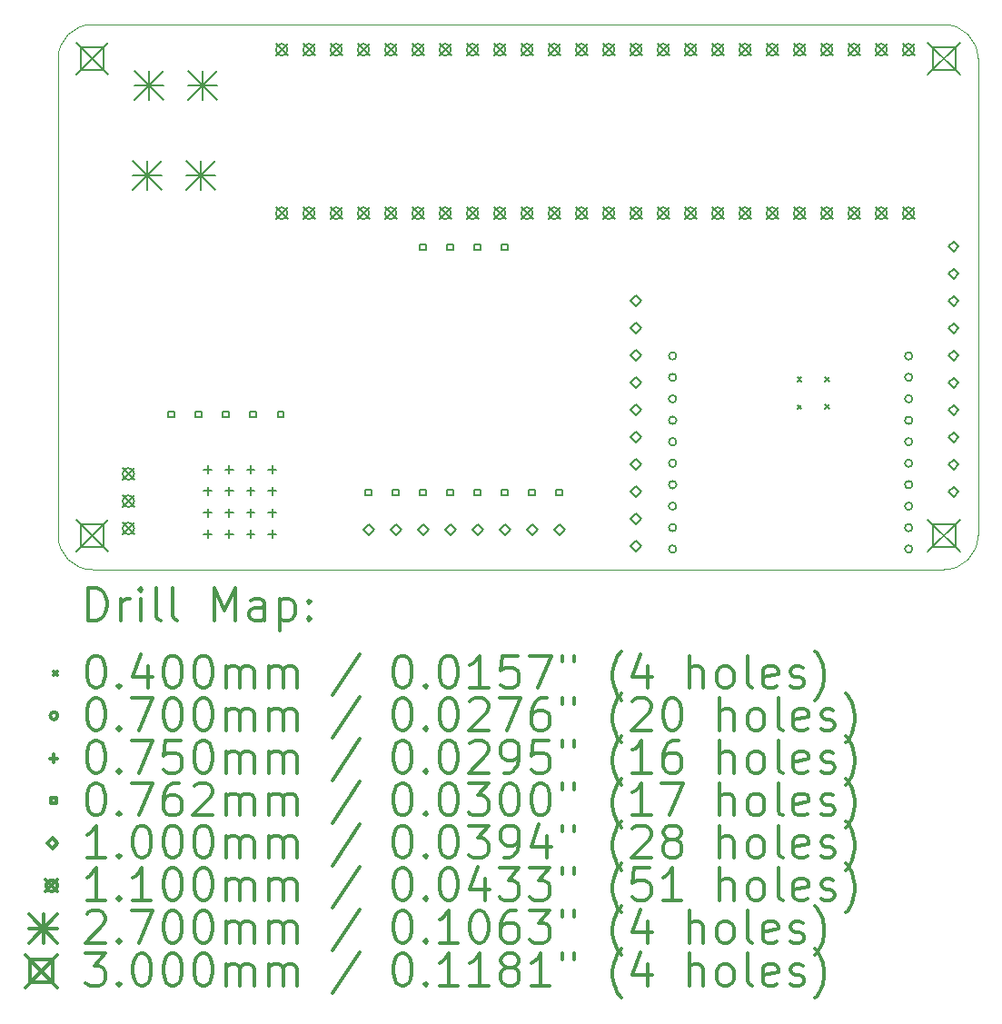
<source format=gbr>
%FSLAX45Y45*%
G04 Gerber Fmt 4.5, Leading zero omitted, Abs format (unit mm)*
G04 Created by KiCad (PCBNEW (5.1.10)-1) date 2022-04-17 04:03:42*
%MOMM*%
%LPD*%
G01*
G04 APERTURE LIST*
%TA.AperFunction,Profile*%
%ADD10C,0.100000*%
%TD*%
%ADD11C,0.200000*%
%ADD12C,0.300000*%
G04 APERTURE END LIST*
D10*
X11430000Y-11112500D02*
G75*
G02*
X11112500Y-10795000I0J317500D01*
G01*
X11430000Y-6032500D02*
X19367500Y-6032500D01*
X19367500Y-11112500D02*
X11430000Y-11112500D01*
X11112500Y-10795000D02*
X11112500Y-6350000D01*
X19367500Y-6032500D02*
G75*
G02*
X19685000Y-6350000I0J-317500D01*
G01*
X11112500Y-6350000D02*
G75*
G02*
X11430000Y-6032500I317500J0D01*
G01*
X19685000Y-10795000D02*
G75*
G02*
X19367500Y-11112500I-317500J0D01*
G01*
X19685000Y-6350000D02*
X19685000Y-10795000D01*
D11*
X18001301Y-9577501D02*
X18041301Y-9617501D01*
X18041301Y-9577501D02*
X18001301Y-9617501D01*
X18001650Y-9317850D02*
X18041650Y-9357850D01*
X18041650Y-9317850D02*
X18001650Y-9357850D01*
X18256650Y-9572850D02*
X18296650Y-9612850D01*
X18296650Y-9572850D02*
X18256650Y-9612850D01*
X18256650Y-9317850D02*
X18296650Y-9357850D01*
X18296650Y-9317850D02*
X18256650Y-9357850D01*
X16873750Y-9120300D02*
G75*
G03*
X16873750Y-9120300I-35000J0D01*
G01*
X16873750Y-9320300D02*
G75*
G03*
X16873750Y-9320300I-35000J0D01*
G01*
X16873750Y-9520300D02*
G75*
G03*
X16873750Y-9520300I-35000J0D01*
G01*
X16873750Y-9720300D02*
G75*
G03*
X16873750Y-9720300I-35000J0D01*
G01*
X16873750Y-9920300D02*
G75*
G03*
X16873750Y-9920300I-35000J0D01*
G01*
X16873750Y-10120300D02*
G75*
G03*
X16873750Y-10120300I-35000J0D01*
G01*
X16873750Y-10320300D02*
G75*
G03*
X16873750Y-10320300I-35000J0D01*
G01*
X16873750Y-10520300D02*
G75*
G03*
X16873750Y-10520300I-35000J0D01*
G01*
X16873750Y-10720300D02*
G75*
G03*
X16873750Y-10720300I-35000J0D01*
G01*
X16873750Y-10920300D02*
G75*
G03*
X16873750Y-10920300I-35000J0D01*
G01*
X19073750Y-9120300D02*
G75*
G03*
X19073750Y-9120300I-35000J0D01*
G01*
X19073750Y-9320300D02*
G75*
G03*
X19073750Y-9320300I-35000J0D01*
G01*
X19073750Y-9520300D02*
G75*
G03*
X19073750Y-9520300I-35000J0D01*
G01*
X19073750Y-9720300D02*
G75*
G03*
X19073750Y-9720300I-35000J0D01*
G01*
X19073750Y-9920300D02*
G75*
G03*
X19073750Y-9920300I-35000J0D01*
G01*
X19073750Y-10120300D02*
G75*
G03*
X19073750Y-10120300I-35000J0D01*
G01*
X19073750Y-10320300D02*
G75*
G03*
X19073750Y-10320300I-35000J0D01*
G01*
X19073750Y-10520300D02*
G75*
G03*
X19073750Y-10520300I-35000J0D01*
G01*
X19073750Y-10720300D02*
G75*
G03*
X19073750Y-10720300I-35000J0D01*
G01*
X19073750Y-10920300D02*
G75*
G03*
X19073750Y-10920300I-35000J0D01*
G01*
X12506680Y-10142540D02*
X12506680Y-10217540D01*
X12469180Y-10180040D02*
X12544180Y-10180040D01*
X12506680Y-10342540D02*
X12506680Y-10417540D01*
X12469180Y-10380040D02*
X12544180Y-10380040D01*
X12506680Y-10542540D02*
X12506680Y-10617540D01*
X12469180Y-10580040D02*
X12544180Y-10580040D01*
X12506680Y-10742540D02*
X12506680Y-10817540D01*
X12469180Y-10780040D02*
X12544180Y-10780040D01*
X12706680Y-10142540D02*
X12706680Y-10217540D01*
X12669180Y-10180040D02*
X12744180Y-10180040D01*
X12706680Y-10342540D02*
X12706680Y-10417540D01*
X12669180Y-10380040D02*
X12744180Y-10380040D01*
X12706680Y-10542540D02*
X12706680Y-10617540D01*
X12669180Y-10580040D02*
X12744180Y-10580040D01*
X12706680Y-10742540D02*
X12706680Y-10817540D01*
X12669180Y-10780040D02*
X12744180Y-10780040D01*
X12906680Y-10142540D02*
X12906680Y-10217540D01*
X12869180Y-10180040D02*
X12944180Y-10180040D01*
X12906680Y-10342540D02*
X12906680Y-10417540D01*
X12869180Y-10380040D02*
X12944180Y-10380040D01*
X12906680Y-10542540D02*
X12906680Y-10617540D01*
X12869180Y-10580040D02*
X12944180Y-10580040D01*
X12906680Y-10742540D02*
X12906680Y-10817540D01*
X12869180Y-10780040D02*
X12944180Y-10780040D01*
X13106680Y-10142540D02*
X13106680Y-10217540D01*
X13069180Y-10180040D02*
X13144180Y-10180040D01*
X13106680Y-10342540D02*
X13106680Y-10417540D01*
X13069180Y-10380040D02*
X13144180Y-10380040D01*
X13106680Y-10542540D02*
X13106680Y-10617540D01*
X13069180Y-10580040D02*
X13144180Y-10580040D01*
X13106680Y-10742540D02*
X13106680Y-10817540D01*
X13069180Y-10780040D02*
X13144180Y-10780040D01*
X12193541Y-9691641D02*
X12193541Y-9637759D01*
X12139659Y-9637759D01*
X12139659Y-9691641D01*
X12193541Y-9691641D01*
X12447541Y-9691641D02*
X12447541Y-9637759D01*
X12393659Y-9637759D01*
X12393659Y-9691641D01*
X12447541Y-9691641D01*
X12701541Y-9691641D02*
X12701541Y-9637759D01*
X12647659Y-9637759D01*
X12647659Y-9691641D01*
X12701541Y-9691641D01*
X12955541Y-9691641D02*
X12955541Y-9637759D01*
X12901659Y-9637759D01*
X12901659Y-9691641D01*
X12955541Y-9691641D01*
X13210541Y-9692641D02*
X13210541Y-9638759D01*
X13156659Y-9638759D01*
X13156659Y-9692641D01*
X13210541Y-9692641D01*
X14028691Y-10421891D02*
X14028691Y-10368009D01*
X13974809Y-10368009D01*
X13974809Y-10421891D01*
X14028691Y-10421891D01*
X14282691Y-10421891D02*
X14282691Y-10368009D01*
X14228809Y-10368009D01*
X14228809Y-10421891D01*
X14282691Y-10421891D01*
X14536691Y-8135891D02*
X14536691Y-8082009D01*
X14482809Y-8082009D01*
X14482809Y-8135891D01*
X14536691Y-8135891D01*
X14536691Y-10421891D02*
X14536691Y-10368009D01*
X14482809Y-10368009D01*
X14482809Y-10421891D01*
X14536691Y-10421891D01*
X14790691Y-8135891D02*
X14790691Y-8082009D01*
X14736809Y-8082009D01*
X14736809Y-8135891D01*
X14790691Y-8135891D01*
X14790691Y-10421891D02*
X14790691Y-10368009D01*
X14736809Y-10368009D01*
X14736809Y-10421891D01*
X14790691Y-10421891D01*
X15044691Y-8135891D02*
X15044691Y-8082009D01*
X14990809Y-8082009D01*
X14990809Y-8135891D01*
X15044691Y-8135891D01*
X15044691Y-10421891D02*
X15044691Y-10368009D01*
X14990809Y-10368009D01*
X14990809Y-10421891D01*
X15044691Y-10421891D01*
X15298691Y-8135891D02*
X15298691Y-8082009D01*
X15244809Y-8082009D01*
X15244809Y-8135891D01*
X15298691Y-8135891D01*
X15298691Y-10421891D02*
X15298691Y-10368009D01*
X15244809Y-10368009D01*
X15244809Y-10421891D01*
X15298691Y-10421891D01*
X15552691Y-10421891D02*
X15552691Y-10368009D01*
X15498809Y-10368009D01*
X15498809Y-10421891D01*
X15552691Y-10421891D01*
X15806691Y-10421891D02*
X15806691Y-10368009D01*
X15752809Y-10368009D01*
X15752809Y-10421891D01*
X15806691Y-10421891D01*
X14005150Y-10787850D02*
X14055150Y-10737850D01*
X14005150Y-10687850D01*
X13955150Y-10737850D01*
X14005150Y-10787850D01*
X14259150Y-10787850D02*
X14309150Y-10737850D01*
X14259150Y-10687850D01*
X14209150Y-10737850D01*
X14259150Y-10787850D01*
X14513150Y-10787850D02*
X14563150Y-10737850D01*
X14513150Y-10687850D01*
X14463150Y-10737850D01*
X14513150Y-10787850D01*
X14767150Y-10787850D02*
X14817150Y-10737850D01*
X14767150Y-10687850D01*
X14717150Y-10737850D01*
X14767150Y-10787850D01*
X15021150Y-10787850D02*
X15071150Y-10737850D01*
X15021150Y-10687850D01*
X14971150Y-10737850D01*
X15021150Y-10787850D01*
X15275150Y-10787850D02*
X15325150Y-10737850D01*
X15275150Y-10687850D01*
X15225150Y-10737850D01*
X15275150Y-10787850D01*
X15529150Y-10787850D02*
X15579150Y-10737850D01*
X15529150Y-10687850D01*
X15479150Y-10737850D01*
X15529150Y-10787850D01*
X15783150Y-10787850D02*
X15833150Y-10737850D01*
X15783150Y-10687850D01*
X15733150Y-10737850D01*
X15783150Y-10787850D01*
X16497300Y-8654250D02*
X16547300Y-8604250D01*
X16497300Y-8554250D01*
X16447300Y-8604250D01*
X16497300Y-8654250D01*
X16497300Y-8908250D02*
X16547300Y-8858250D01*
X16497300Y-8808250D01*
X16447300Y-8858250D01*
X16497300Y-8908250D01*
X16497300Y-9162250D02*
X16547300Y-9112250D01*
X16497300Y-9062250D01*
X16447300Y-9112250D01*
X16497300Y-9162250D01*
X16497300Y-9416250D02*
X16547300Y-9366250D01*
X16497300Y-9316250D01*
X16447300Y-9366250D01*
X16497300Y-9416250D01*
X16497300Y-9670250D02*
X16547300Y-9620250D01*
X16497300Y-9570250D01*
X16447300Y-9620250D01*
X16497300Y-9670250D01*
X16497300Y-9924250D02*
X16547300Y-9874250D01*
X16497300Y-9824250D01*
X16447300Y-9874250D01*
X16497300Y-9924250D01*
X16497300Y-10178250D02*
X16547300Y-10128250D01*
X16497300Y-10078250D01*
X16447300Y-10128250D01*
X16497300Y-10178250D01*
X16497300Y-10432250D02*
X16547300Y-10382250D01*
X16497300Y-10332250D01*
X16447300Y-10382250D01*
X16497300Y-10432250D01*
X16497300Y-10686250D02*
X16547300Y-10636250D01*
X16497300Y-10586250D01*
X16447300Y-10636250D01*
X16497300Y-10686250D01*
X16497300Y-10940250D02*
X16547300Y-10890250D01*
X16497300Y-10840250D01*
X16447300Y-10890250D01*
X16497300Y-10940250D01*
X19456400Y-8152600D02*
X19506400Y-8102600D01*
X19456400Y-8052600D01*
X19406400Y-8102600D01*
X19456400Y-8152600D01*
X19456400Y-8406600D02*
X19506400Y-8356600D01*
X19456400Y-8306600D01*
X19406400Y-8356600D01*
X19456400Y-8406600D01*
X19456400Y-8660600D02*
X19506400Y-8610600D01*
X19456400Y-8560600D01*
X19406400Y-8610600D01*
X19456400Y-8660600D01*
X19456400Y-8914600D02*
X19506400Y-8864600D01*
X19456400Y-8814600D01*
X19406400Y-8864600D01*
X19456400Y-8914600D01*
X19456400Y-9168600D02*
X19506400Y-9118600D01*
X19456400Y-9068600D01*
X19406400Y-9118600D01*
X19456400Y-9168600D01*
X19456400Y-9422600D02*
X19506400Y-9372600D01*
X19456400Y-9322600D01*
X19406400Y-9372600D01*
X19456400Y-9422600D01*
X19456400Y-9676600D02*
X19506400Y-9626600D01*
X19456400Y-9576600D01*
X19406400Y-9626600D01*
X19456400Y-9676600D01*
X19456400Y-9930600D02*
X19506400Y-9880600D01*
X19456400Y-9830600D01*
X19406400Y-9880600D01*
X19456400Y-9930600D01*
X19456400Y-10184600D02*
X19506400Y-10134600D01*
X19456400Y-10084600D01*
X19406400Y-10134600D01*
X19456400Y-10184600D01*
X19456400Y-10438600D02*
X19506400Y-10388600D01*
X19456400Y-10338600D01*
X19406400Y-10388600D01*
X19456400Y-10438600D01*
X11711680Y-10165040D02*
X11821680Y-10275040D01*
X11821680Y-10165040D02*
X11711680Y-10275040D01*
X11821680Y-10220040D02*
G75*
G03*
X11821680Y-10220040I-55000J0D01*
G01*
X11711680Y-10419040D02*
X11821680Y-10529040D01*
X11821680Y-10419040D02*
X11711680Y-10529040D01*
X11821680Y-10474040D02*
G75*
G03*
X11821680Y-10474040I-55000J0D01*
G01*
X11711680Y-10673040D02*
X11821680Y-10783040D01*
X11821680Y-10673040D02*
X11711680Y-10783040D01*
X11821680Y-10728040D02*
G75*
G03*
X11821680Y-10728040I-55000J0D01*
G01*
X13140300Y-6212450D02*
X13250300Y-6322450D01*
X13250300Y-6212450D02*
X13140300Y-6322450D01*
X13250300Y-6267450D02*
G75*
G03*
X13250300Y-6267450I-55000J0D01*
G01*
X13140300Y-7736450D02*
X13250300Y-7846450D01*
X13250300Y-7736450D02*
X13140300Y-7846450D01*
X13250300Y-7791450D02*
G75*
G03*
X13250300Y-7791450I-55000J0D01*
G01*
X13394300Y-6212450D02*
X13504300Y-6322450D01*
X13504300Y-6212450D02*
X13394300Y-6322450D01*
X13504300Y-6267450D02*
G75*
G03*
X13504300Y-6267450I-55000J0D01*
G01*
X13394300Y-7736450D02*
X13504300Y-7846450D01*
X13504300Y-7736450D02*
X13394300Y-7846450D01*
X13504300Y-7791450D02*
G75*
G03*
X13504300Y-7791450I-55000J0D01*
G01*
X13648300Y-6212450D02*
X13758300Y-6322450D01*
X13758300Y-6212450D02*
X13648300Y-6322450D01*
X13758300Y-6267450D02*
G75*
G03*
X13758300Y-6267450I-55000J0D01*
G01*
X13648300Y-7736450D02*
X13758300Y-7846450D01*
X13758300Y-7736450D02*
X13648300Y-7846450D01*
X13758300Y-7791450D02*
G75*
G03*
X13758300Y-7791450I-55000J0D01*
G01*
X13902300Y-6212450D02*
X14012300Y-6322450D01*
X14012300Y-6212450D02*
X13902300Y-6322450D01*
X14012300Y-6267450D02*
G75*
G03*
X14012300Y-6267450I-55000J0D01*
G01*
X13902300Y-7736450D02*
X14012300Y-7846450D01*
X14012300Y-7736450D02*
X13902300Y-7846450D01*
X14012300Y-7791450D02*
G75*
G03*
X14012300Y-7791450I-55000J0D01*
G01*
X14156300Y-6212450D02*
X14266300Y-6322450D01*
X14266300Y-6212450D02*
X14156300Y-6322450D01*
X14266300Y-6267450D02*
G75*
G03*
X14266300Y-6267450I-55000J0D01*
G01*
X14156300Y-7736450D02*
X14266300Y-7846450D01*
X14266300Y-7736450D02*
X14156300Y-7846450D01*
X14266300Y-7791450D02*
G75*
G03*
X14266300Y-7791450I-55000J0D01*
G01*
X14410300Y-6212450D02*
X14520300Y-6322450D01*
X14520300Y-6212450D02*
X14410300Y-6322450D01*
X14520300Y-6267450D02*
G75*
G03*
X14520300Y-6267450I-55000J0D01*
G01*
X14410300Y-7736450D02*
X14520300Y-7846450D01*
X14520300Y-7736450D02*
X14410300Y-7846450D01*
X14520300Y-7791450D02*
G75*
G03*
X14520300Y-7791450I-55000J0D01*
G01*
X14664300Y-6212450D02*
X14774300Y-6322450D01*
X14774300Y-6212450D02*
X14664300Y-6322450D01*
X14774300Y-6267450D02*
G75*
G03*
X14774300Y-6267450I-55000J0D01*
G01*
X14664300Y-7736450D02*
X14774300Y-7846450D01*
X14774300Y-7736450D02*
X14664300Y-7846450D01*
X14774300Y-7791450D02*
G75*
G03*
X14774300Y-7791450I-55000J0D01*
G01*
X14918300Y-6212450D02*
X15028300Y-6322450D01*
X15028300Y-6212450D02*
X14918300Y-6322450D01*
X15028300Y-6267450D02*
G75*
G03*
X15028300Y-6267450I-55000J0D01*
G01*
X14918300Y-7736450D02*
X15028300Y-7846450D01*
X15028300Y-7736450D02*
X14918300Y-7846450D01*
X15028300Y-7791450D02*
G75*
G03*
X15028300Y-7791450I-55000J0D01*
G01*
X15172300Y-6212450D02*
X15282300Y-6322450D01*
X15282300Y-6212450D02*
X15172300Y-6322450D01*
X15282300Y-6267450D02*
G75*
G03*
X15282300Y-6267450I-55000J0D01*
G01*
X15172300Y-7736450D02*
X15282300Y-7846450D01*
X15282300Y-7736450D02*
X15172300Y-7846450D01*
X15282300Y-7791450D02*
G75*
G03*
X15282300Y-7791450I-55000J0D01*
G01*
X15426300Y-6212450D02*
X15536300Y-6322450D01*
X15536300Y-6212450D02*
X15426300Y-6322450D01*
X15536300Y-6267450D02*
G75*
G03*
X15536300Y-6267450I-55000J0D01*
G01*
X15426300Y-7736450D02*
X15536300Y-7846450D01*
X15536300Y-7736450D02*
X15426300Y-7846450D01*
X15536300Y-7791450D02*
G75*
G03*
X15536300Y-7791450I-55000J0D01*
G01*
X15680300Y-6212450D02*
X15790300Y-6322450D01*
X15790300Y-6212450D02*
X15680300Y-6322450D01*
X15790300Y-6267450D02*
G75*
G03*
X15790300Y-6267450I-55000J0D01*
G01*
X15680300Y-7736450D02*
X15790300Y-7846450D01*
X15790300Y-7736450D02*
X15680300Y-7846450D01*
X15790300Y-7791450D02*
G75*
G03*
X15790300Y-7791450I-55000J0D01*
G01*
X15934300Y-6212450D02*
X16044300Y-6322450D01*
X16044300Y-6212450D02*
X15934300Y-6322450D01*
X16044300Y-6267450D02*
G75*
G03*
X16044300Y-6267450I-55000J0D01*
G01*
X15934300Y-7736450D02*
X16044300Y-7846450D01*
X16044300Y-7736450D02*
X15934300Y-7846450D01*
X16044300Y-7791450D02*
G75*
G03*
X16044300Y-7791450I-55000J0D01*
G01*
X16188300Y-6212450D02*
X16298300Y-6322450D01*
X16298300Y-6212450D02*
X16188300Y-6322450D01*
X16298300Y-6267450D02*
G75*
G03*
X16298300Y-6267450I-55000J0D01*
G01*
X16188300Y-7736450D02*
X16298300Y-7846450D01*
X16298300Y-7736450D02*
X16188300Y-7846450D01*
X16298300Y-7791450D02*
G75*
G03*
X16298300Y-7791450I-55000J0D01*
G01*
X16442300Y-6212450D02*
X16552300Y-6322450D01*
X16552300Y-6212450D02*
X16442300Y-6322450D01*
X16552300Y-6267450D02*
G75*
G03*
X16552300Y-6267450I-55000J0D01*
G01*
X16442300Y-7736450D02*
X16552300Y-7846450D01*
X16552300Y-7736450D02*
X16442300Y-7846450D01*
X16552300Y-7791450D02*
G75*
G03*
X16552300Y-7791450I-55000J0D01*
G01*
X16696300Y-6212450D02*
X16806300Y-6322450D01*
X16806300Y-6212450D02*
X16696300Y-6322450D01*
X16806300Y-6267450D02*
G75*
G03*
X16806300Y-6267450I-55000J0D01*
G01*
X16696300Y-7736450D02*
X16806300Y-7846450D01*
X16806300Y-7736450D02*
X16696300Y-7846450D01*
X16806300Y-7791450D02*
G75*
G03*
X16806300Y-7791450I-55000J0D01*
G01*
X16950300Y-6212450D02*
X17060300Y-6322450D01*
X17060300Y-6212450D02*
X16950300Y-6322450D01*
X17060300Y-6267450D02*
G75*
G03*
X17060300Y-6267450I-55000J0D01*
G01*
X16950300Y-7736450D02*
X17060300Y-7846450D01*
X17060300Y-7736450D02*
X16950300Y-7846450D01*
X17060300Y-7791450D02*
G75*
G03*
X17060300Y-7791450I-55000J0D01*
G01*
X17204300Y-6212450D02*
X17314300Y-6322450D01*
X17314300Y-6212450D02*
X17204300Y-6322450D01*
X17314300Y-6267450D02*
G75*
G03*
X17314300Y-6267450I-55000J0D01*
G01*
X17204300Y-7736450D02*
X17314300Y-7846450D01*
X17314300Y-7736450D02*
X17204300Y-7846450D01*
X17314300Y-7791450D02*
G75*
G03*
X17314300Y-7791450I-55000J0D01*
G01*
X17458300Y-6212450D02*
X17568300Y-6322450D01*
X17568300Y-6212450D02*
X17458300Y-6322450D01*
X17568300Y-6267450D02*
G75*
G03*
X17568300Y-6267450I-55000J0D01*
G01*
X17458300Y-7736450D02*
X17568300Y-7846450D01*
X17568300Y-7736450D02*
X17458300Y-7846450D01*
X17568300Y-7791450D02*
G75*
G03*
X17568300Y-7791450I-55000J0D01*
G01*
X17712300Y-6212450D02*
X17822300Y-6322450D01*
X17822300Y-6212450D02*
X17712300Y-6322450D01*
X17822300Y-6267450D02*
G75*
G03*
X17822300Y-6267450I-55000J0D01*
G01*
X17712300Y-7736450D02*
X17822300Y-7846450D01*
X17822300Y-7736450D02*
X17712300Y-7846450D01*
X17822300Y-7791450D02*
G75*
G03*
X17822300Y-7791450I-55000J0D01*
G01*
X17966300Y-6212450D02*
X18076300Y-6322450D01*
X18076300Y-6212450D02*
X17966300Y-6322450D01*
X18076300Y-6267450D02*
G75*
G03*
X18076300Y-6267450I-55000J0D01*
G01*
X17966300Y-7736450D02*
X18076300Y-7846450D01*
X18076300Y-7736450D02*
X17966300Y-7846450D01*
X18076300Y-7791450D02*
G75*
G03*
X18076300Y-7791450I-55000J0D01*
G01*
X18220300Y-6212450D02*
X18330300Y-6322450D01*
X18330300Y-6212450D02*
X18220300Y-6322450D01*
X18330300Y-6267450D02*
G75*
G03*
X18330300Y-6267450I-55000J0D01*
G01*
X18220300Y-7736450D02*
X18330300Y-7846450D01*
X18330300Y-7736450D02*
X18220300Y-7846450D01*
X18330300Y-7791450D02*
G75*
G03*
X18330300Y-7791450I-55000J0D01*
G01*
X18474300Y-6212450D02*
X18584300Y-6322450D01*
X18584300Y-6212450D02*
X18474300Y-6322450D01*
X18584300Y-6267450D02*
G75*
G03*
X18584300Y-6267450I-55000J0D01*
G01*
X18474300Y-7736450D02*
X18584300Y-7846450D01*
X18584300Y-7736450D02*
X18474300Y-7846450D01*
X18584300Y-7791450D02*
G75*
G03*
X18584300Y-7791450I-55000J0D01*
G01*
X18728300Y-6212450D02*
X18838300Y-6322450D01*
X18838300Y-6212450D02*
X18728300Y-6322450D01*
X18838300Y-6267450D02*
G75*
G03*
X18838300Y-6267450I-55000J0D01*
G01*
X18728300Y-7736450D02*
X18838300Y-7846450D01*
X18838300Y-7736450D02*
X18728300Y-7846450D01*
X18838300Y-7791450D02*
G75*
G03*
X18838300Y-7791450I-55000J0D01*
G01*
X18982300Y-6212450D02*
X19092300Y-6322450D01*
X19092300Y-6212450D02*
X18982300Y-6322450D01*
X19092300Y-6267450D02*
G75*
G03*
X19092300Y-6267450I-55000J0D01*
G01*
X18982300Y-7736450D02*
X19092300Y-7846450D01*
X19092300Y-7736450D02*
X18982300Y-7846450D01*
X19092300Y-7791450D02*
G75*
G03*
X19092300Y-7791450I-55000J0D01*
G01*
X11804650Y-7300850D02*
X12074650Y-7570850D01*
X12074650Y-7300850D02*
X11804650Y-7570850D01*
X11939650Y-7300850D02*
X11939650Y-7570850D01*
X11804650Y-7435850D02*
X12074650Y-7435850D01*
X11823700Y-6462650D02*
X12093700Y-6732650D01*
X12093700Y-6462650D02*
X11823700Y-6732650D01*
X11958700Y-6462650D02*
X11958700Y-6732650D01*
X11823700Y-6597650D02*
X12093700Y-6597650D01*
X12304650Y-7300850D02*
X12574650Y-7570850D01*
X12574650Y-7300850D02*
X12304650Y-7570850D01*
X12439650Y-7300850D02*
X12439650Y-7570850D01*
X12304650Y-7435850D02*
X12574650Y-7435850D01*
X12323700Y-6462650D02*
X12593700Y-6732650D01*
X12593700Y-6462650D02*
X12323700Y-6732650D01*
X12458700Y-6462650D02*
X12458700Y-6732650D01*
X12323700Y-6597650D02*
X12593700Y-6597650D01*
X11280000Y-6200000D02*
X11580000Y-6500000D01*
X11580000Y-6200000D02*
X11280000Y-6500000D01*
X11536067Y-6456067D02*
X11536067Y-6243933D01*
X11323933Y-6243933D01*
X11323933Y-6456067D01*
X11536067Y-6456067D01*
X11280000Y-10645000D02*
X11580000Y-10945000D01*
X11580000Y-10645000D02*
X11280000Y-10945000D01*
X11536067Y-10901067D02*
X11536067Y-10688933D01*
X11323933Y-10688933D01*
X11323933Y-10901067D01*
X11536067Y-10901067D01*
X19217500Y-6200000D02*
X19517500Y-6500000D01*
X19517500Y-6200000D02*
X19217500Y-6500000D01*
X19473567Y-6456067D02*
X19473567Y-6243933D01*
X19261433Y-6243933D01*
X19261433Y-6456067D01*
X19473567Y-6456067D01*
X19217500Y-10645000D02*
X19517500Y-10945000D01*
X19517500Y-10645000D02*
X19217500Y-10945000D01*
X19473567Y-10901067D02*
X19473567Y-10688933D01*
X19261433Y-10688933D01*
X19261433Y-10901067D01*
X19473567Y-10901067D01*
D12*
X11393928Y-11583214D02*
X11393928Y-11283214D01*
X11465357Y-11283214D01*
X11508214Y-11297500D01*
X11536786Y-11326071D01*
X11551071Y-11354643D01*
X11565357Y-11411786D01*
X11565357Y-11454643D01*
X11551071Y-11511786D01*
X11536786Y-11540357D01*
X11508214Y-11568928D01*
X11465357Y-11583214D01*
X11393928Y-11583214D01*
X11693928Y-11583214D02*
X11693928Y-11383214D01*
X11693928Y-11440357D02*
X11708214Y-11411786D01*
X11722500Y-11397500D01*
X11751071Y-11383214D01*
X11779643Y-11383214D01*
X11879643Y-11583214D02*
X11879643Y-11383214D01*
X11879643Y-11283214D02*
X11865357Y-11297500D01*
X11879643Y-11311786D01*
X11893928Y-11297500D01*
X11879643Y-11283214D01*
X11879643Y-11311786D01*
X12065357Y-11583214D02*
X12036786Y-11568928D01*
X12022500Y-11540357D01*
X12022500Y-11283214D01*
X12222500Y-11583214D02*
X12193928Y-11568928D01*
X12179643Y-11540357D01*
X12179643Y-11283214D01*
X12565357Y-11583214D02*
X12565357Y-11283214D01*
X12665357Y-11497500D01*
X12765357Y-11283214D01*
X12765357Y-11583214D01*
X13036786Y-11583214D02*
X13036786Y-11426071D01*
X13022500Y-11397500D01*
X12993928Y-11383214D01*
X12936786Y-11383214D01*
X12908214Y-11397500D01*
X13036786Y-11568928D02*
X13008214Y-11583214D01*
X12936786Y-11583214D01*
X12908214Y-11568928D01*
X12893928Y-11540357D01*
X12893928Y-11511786D01*
X12908214Y-11483214D01*
X12936786Y-11468928D01*
X13008214Y-11468928D01*
X13036786Y-11454643D01*
X13179643Y-11383214D02*
X13179643Y-11683214D01*
X13179643Y-11397500D02*
X13208214Y-11383214D01*
X13265357Y-11383214D01*
X13293928Y-11397500D01*
X13308214Y-11411786D01*
X13322500Y-11440357D01*
X13322500Y-11526071D01*
X13308214Y-11554643D01*
X13293928Y-11568928D01*
X13265357Y-11583214D01*
X13208214Y-11583214D01*
X13179643Y-11568928D01*
X13451071Y-11554643D02*
X13465357Y-11568928D01*
X13451071Y-11583214D01*
X13436786Y-11568928D01*
X13451071Y-11554643D01*
X13451071Y-11583214D01*
X13451071Y-11397500D02*
X13465357Y-11411786D01*
X13451071Y-11426071D01*
X13436786Y-11411786D01*
X13451071Y-11397500D01*
X13451071Y-11426071D01*
X11067500Y-12057500D02*
X11107500Y-12097500D01*
X11107500Y-12057500D02*
X11067500Y-12097500D01*
X11451071Y-11913214D02*
X11479643Y-11913214D01*
X11508214Y-11927500D01*
X11522500Y-11941786D01*
X11536786Y-11970357D01*
X11551071Y-12027500D01*
X11551071Y-12098928D01*
X11536786Y-12156071D01*
X11522500Y-12184643D01*
X11508214Y-12198928D01*
X11479643Y-12213214D01*
X11451071Y-12213214D01*
X11422500Y-12198928D01*
X11408214Y-12184643D01*
X11393928Y-12156071D01*
X11379643Y-12098928D01*
X11379643Y-12027500D01*
X11393928Y-11970357D01*
X11408214Y-11941786D01*
X11422500Y-11927500D01*
X11451071Y-11913214D01*
X11679643Y-12184643D02*
X11693928Y-12198928D01*
X11679643Y-12213214D01*
X11665357Y-12198928D01*
X11679643Y-12184643D01*
X11679643Y-12213214D01*
X11951071Y-12013214D02*
X11951071Y-12213214D01*
X11879643Y-11898928D02*
X11808214Y-12113214D01*
X11993928Y-12113214D01*
X12165357Y-11913214D02*
X12193928Y-11913214D01*
X12222500Y-11927500D01*
X12236786Y-11941786D01*
X12251071Y-11970357D01*
X12265357Y-12027500D01*
X12265357Y-12098928D01*
X12251071Y-12156071D01*
X12236786Y-12184643D01*
X12222500Y-12198928D01*
X12193928Y-12213214D01*
X12165357Y-12213214D01*
X12136786Y-12198928D01*
X12122500Y-12184643D01*
X12108214Y-12156071D01*
X12093928Y-12098928D01*
X12093928Y-12027500D01*
X12108214Y-11970357D01*
X12122500Y-11941786D01*
X12136786Y-11927500D01*
X12165357Y-11913214D01*
X12451071Y-11913214D02*
X12479643Y-11913214D01*
X12508214Y-11927500D01*
X12522500Y-11941786D01*
X12536786Y-11970357D01*
X12551071Y-12027500D01*
X12551071Y-12098928D01*
X12536786Y-12156071D01*
X12522500Y-12184643D01*
X12508214Y-12198928D01*
X12479643Y-12213214D01*
X12451071Y-12213214D01*
X12422500Y-12198928D01*
X12408214Y-12184643D01*
X12393928Y-12156071D01*
X12379643Y-12098928D01*
X12379643Y-12027500D01*
X12393928Y-11970357D01*
X12408214Y-11941786D01*
X12422500Y-11927500D01*
X12451071Y-11913214D01*
X12679643Y-12213214D02*
X12679643Y-12013214D01*
X12679643Y-12041786D02*
X12693928Y-12027500D01*
X12722500Y-12013214D01*
X12765357Y-12013214D01*
X12793928Y-12027500D01*
X12808214Y-12056071D01*
X12808214Y-12213214D01*
X12808214Y-12056071D02*
X12822500Y-12027500D01*
X12851071Y-12013214D01*
X12893928Y-12013214D01*
X12922500Y-12027500D01*
X12936786Y-12056071D01*
X12936786Y-12213214D01*
X13079643Y-12213214D02*
X13079643Y-12013214D01*
X13079643Y-12041786D02*
X13093928Y-12027500D01*
X13122500Y-12013214D01*
X13165357Y-12013214D01*
X13193928Y-12027500D01*
X13208214Y-12056071D01*
X13208214Y-12213214D01*
X13208214Y-12056071D02*
X13222500Y-12027500D01*
X13251071Y-12013214D01*
X13293928Y-12013214D01*
X13322500Y-12027500D01*
X13336786Y-12056071D01*
X13336786Y-12213214D01*
X13922500Y-11898928D02*
X13665357Y-12284643D01*
X14308214Y-11913214D02*
X14336786Y-11913214D01*
X14365357Y-11927500D01*
X14379643Y-11941786D01*
X14393928Y-11970357D01*
X14408214Y-12027500D01*
X14408214Y-12098928D01*
X14393928Y-12156071D01*
X14379643Y-12184643D01*
X14365357Y-12198928D01*
X14336786Y-12213214D01*
X14308214Y-12213214D01*
X14279643Y-12198928D01*
X14265357Y-12184643D01*
X14251071Y-12156071D01*
X14236786Y-12098928D01*
X14236786Y-12027500D01*
X14251071Y-11970357D01*
X14265357Y-11941786D01*
X14279643Y-11927500D01*
X14308214Y-11913214D01*
X14536786Y-12184643D02*
X14551071Y-12198928D01*
X14536786Y-12213214D01*
X14522500Y-12198928D01*
X14536786Y-12184643D01*
X14536786Y-12213214D01*
X14736786Y-11913214D02*
X14765357Y-11913214D01*
X14793928Y-11927500D01*
X14808214Y-11941786D01*
X14822500Y-11970357D01*
X14836786Y-12027500D01*
X14836786Y-12098928D01*
X14822500Y-12156071D01*
X14808214Y-12184643D01*
X14793928Y-12198928D01*
X14765357Y-12213214D01*
X14736786Y-12213214D01*
X14708214Y-12198928D01*
X14693928Y-12184643D01*
X14679643Y-12156071D01*
X14665357Y-12098928D01*
X14665357Y-12027500D01*
X14679643Y-11970357D01*
X14693928Y-11941786D01*
X14708214Y-11927500D01*
X14736786Y-11913214D01*
X15122500Y-12213214D02*
X14951071Y-12213214D01*
X15036786Y-12213214D02*
X15036786Y-11913214D01*
X15008214Y-11956071D01*
X14979643Y-11984643D01*
X14951071Y-11998928D01*
X15393928Y-11913214D02*
X15251071Y-11913214D01*
X15236786Y-12056071D01*
X15251071Y-12041786D01*
X15279643Y-12027500D01*
X15351071Y-12027500D01*
X15379643Y-12041786D01*
X15393928Y-12056071D01*
X15408214Y-12084643D01*
X15408214Y-12156071D01*
X15393928Y-12184643D01*
X15379643Y-12198928D01*
X15351071Y-12213214D01*
X15279643Y-12213214D01*
X15251071Y-12198928D01*
X15236786Y-12184643D01*
X15508214Y-11913214D02*
X15708214Y-11913214D01*
X15579643Y-12213214D01*
X15808214Y-11913214D02*
X15808214Y-11970357D01*
X15922500Y-11913214D02*
X15922500Y-11970357D01*
X16365357Y-12327500D02*
X16351071Y-12313214D01*
X16322500Y-12270357D01*
X16308214Y-12241786D01*
X16293928Y-12198928D01*
X16279643Y-12127500D01*
X16279643Y-12070357D01*
X16293928Y-11998928D01*
X16308214Y-11956071D01*
X16322500Y-11927500D01*
X16351071Y-11884643D01*
X16365357Y-11870357D01*
X16608214Y-12013214D02*
X16608214Y-12213214D01*
X16536786Y-11898928D02*
X16465357Y-12113214D01*
X16651071Y-12113214D01*
X16993928Y-12213214D02*
X16993928Y-11913214D01*
X17122500Y-12213214D02*
X17122500Y-12056071D01*
X17108214Y-12027500D01*
X17079643Y-12013214D01*
X17036786Y-12013214D01*
X17008214Y-12027500D01*
X16993928Y-12041786D01*
X17308214Y-12213214D02*
X17279643Y-12198928D01*
X17265357Y-12184643D01*
X17251071Y-12156071D01*
X17251071Y-12070357D01*
X17265357Y-12041786D01*
X17279643Y-12027500D01*
X17308214Y-12013214D01*
X17351071Y-12013214D01*
X17379643Y-12027500D01*
X17393928Y-12041786D01*
X17408214Y-12070357D01*
X17408214Y-12156071D01*
X17393928Y-12184643D01*
X17379643Y-12198928D01*
X17351071Y-12213214D01*
X17308214Y-12213214D01*
X17579643Y-12213214D02*
X17551071Y-12198928D01*
X17536786Y-12170357D01*
X17536786Y-11913214D01*
X17808214Y-12198928D02*
X17779643Y-12213214D01*
X17722500Y-12213214D01*
X17693928Y-12198928D01*
X17679643Y-12170357D01*
X17679643Y-12056071D01*
X17693928Y-12027500D01*
X17722500Y-12013214D01*
X17779643Y-12013214D01*
X17808214Y-12027500D01*
X17822500Y-12056071D01*
X17822500Y-12084643D01*
X17679643Y-12113214D01*
X17936786Y-12198928D02*
X17965357Y-12213214D01*
X18022500Y-12213214D01*
X18051071Y-12198928D01*
X18065357Y-12170357D01*
X18065357Y-12156071D01*
X18051071Y-12127500D01*
X18022500Y-12113214D01*
X17979643Y-12113214D01*
X17951071Y-12098928D01*
X17936786Y-12070357D01*
X17936786Y-12056071D01*
X17951071Y-12027500D01*
X17979643Y-12013214D01*
X18022500Y-12013214D01*
X18051071Y-12027500D01*
X18165357Y-12327500D02*
X18179643Y-12313214D01*
X18208214Y-12270357D01*
X18222500Y-12241786D01*
X18236786Y-12198928D01*
X18251071Y-12127500D01*
X18251071Y-12070357D01*
X18236786Y-11998928D01*
X18222500Y-11956071D01*
X18208214Y-11927500D01*
X18179643Y-11884643D01*
X18165357Y-11870357D01*
X11107500Y-12473500D02*
G75*
G03*
X11107500Y-12473500I-35000J0D01*
G01*
X11451071Y-12309214D02*
X11479643Y-12309214D01*
X11508214Y-12323500D01*
X11522500Y-12337786D01*
X11536786Y-12366357D01*
X11551071Y-12423500D01*
X11551071Y-12494928D01*
X11536786Y-12552071D01*
X11522500Y-12580643D01*
X11508214Y-12594928D01*
X11479643Y-12609214D01*
X11451071Y-12609214D01*
X11422500Y-12594928D01*
X11408214Y-12580643D01*
X11393928Y-12552071D01*
X11379643Y-12494928D01*
X11379643Y-12423500D01*
X11393928Y-12366357D01*
X11408214Y-12337786D01*
X11422500Y-12323500D01*
X11451071Y-12309214D01*
X11679643Y-12580643D02*
X11693928Y-12594928D01*
X11679643Y-12609214D01*
X11665357Y-12594928D01*
X11679643Y-12580643D01*
X11679643Y-12609214D01*
X11793928Y-12309214D02*
X11993928Y-12309214D01*
X11865357Y-12609214D01*
X12165357Y-12309214D02*
X12193928Y-12309214D01*
X12222500Y-12323500D01*
X12236786Y-12337786D01*
X12251071Y-12366357D01*
X12265357Y-12423500D01*
X12265357Y-12494928D01*
X12251071Y-12552071D01*
X12236786Y-12580643D01*
X12222500Y-12594928D01*
X12193928Y-12609214D01*
X12165357Y-12609214D01*
X12136786Y-12594928D01*
X12122500Y-12580643D01*
X12108214Y-12552071D01*
X12093928Y-12494928D01*
X12093928Y-12423500D01*
X12108214Y-12366357D01*
X12122500Y-12337786D01*
X12136786Y-12323500D01*
X12165357Y-12309214D01*
X12451071Y-12309214D02*
X12479643Y-12309214D01*
X12508214Y-12323500D01*
X12522500Y-12337786D01*
X12536786Y-12366357D01*
X12551071Y-12423500D01*
X12551071Y-12494928D01*
X12536786Y-12552071D01*
X12522500Y-12580643D01*
X12508214Y-12594928D01*
X12479643Y-12609214D01*
X12451071Y-12609214D01*
X12422500Y-12594928D01*
X12408214Y-12580643D01*
X12393928Y-12552071D01*
X12379643Y-12494928D01*
X12379643Y-12423500D01*
X12393928Y-12366357D01*
X12408214Y-12337786D01*
X12422500Y-12323500D01*
X12451071Y-12309214D01*
X12679643Y-12609214D02*
X12679643Y-12409214D01*
X12679643Y-12437786D02*
X12693928Y-12423500D01*
X12722500Y-12409214D01*
X12765357Y-12409214D01*
X12793928Y-12423500D01*
X12808214Y-12452071D01*
X12808214Y-12609214D01*
X12808214Y-12452071D02*
X12822500Y-12423500D01*
X12851071Y-12409214D01*
X12893928Y-12409214D01*
X12922500Y-12423500D01*
X12936786Y-12452071D01*
X12936786Y-12609214D01*
X13079643Y-12609214D02*
X13079643Y-12409214D01*
X13079643Y-12437786D02*
X13093928Y-12423500D01*
X13122500Y-12409214D01*
X13165357Y-12409214D01*
X13193928Y-12423500D01*
X13208214Y-12452071D01*
X13208214Y-12609214D01*
X13208214Y-12452071D02*
X13222500Y-12423500D01*
X13251071Y-12409214D01*
X13293928Y-12409214D01*
X13322500Y-12423500D01*
X13336786Y-12452071D01*
X13336786Y-12609214D01*
X13922500Y-12294928D02*
X13665357Y-12680643D01*
X14308214Y-12309214D02*
X14336786Y-12309214D01*
X14365357Y-12323500D01*
X14379643Y-12337786D01*
X14393928Y-12366357D01*
X14408214Y-12423500D01*
X14408214Y-12494928D01*
X14393928Y-12552071D01*
X14379643Y-12580643D01*
X14365357Y-12594928D01*
X14336786Y-12609214D01*
X14308214Y-12609214D01*
X14279643Y-12594928D01*
X14265357Y-12580643D01*
X14251071Y-12552071D01*
X14236786Y-12494928D01*
X14236786Y-12423500D01*
X14251071Y-12366357D01*
X14265357Y-12337786D01*
X14279643Y-12323500D01*
X14308214Y-12309214D01*
X14536786Y-12580643D02*
X14551071Y-12594928D01*
X14536786Y-12609214D01*
X14522500Y-12594928D01*
X14536786Y-12580643D01*
X14536786Y-12609214D01*
X14736786Y-12309214D02*
X14765357Y-12309214D01*
X14793928Y-12323500D01*
X14808214Y-12337786D01*
X14822500Y-12366357D01*
X14836786Y-12423500D01*
X14836786Y-12494928D01*
X14822500Y-12552071D01*
X14808214Y-12580643D01*
X14793928Y-12594928D01*
X14765357Y-12609214D01*
X14736786Y-12609214D01*
X14708214Y-12594928D01*
X14693928Y-12580643D01*
X14679643Y-12552071D01*
X14665357Y-12494928D01*
X14665357Y-12423500D01*
X14679643Y-12366357D01*
X14693928Y-12337786D01*
X14708214Y-12323500D01*
X14736786Y-12309214D01*
X14951071Y-12337786D02*
X14965357Y-12323500D01*
X14993928Y-12309214D01*
X15065357Y-12309214D01*
X15093928Y-12323500D01*
X15108214Y-12337786D01*
X15122500Y-12366357D01*
X15122500Y-12394928D01*
X15108214Y-12437786D01*
X14936786Y-12609214D01*
X15122500Y-12609214D01*
X15222500Y-12309214D02*
X15422500Y-12309214D01*
X15293928Y-12609214D01*
X15665357Y-12309214D02*
X15608214Y-12309214D01*
X15579643Y-12323500D01*
X15565357Y-12337786D01*
X15536786Y-12380643D01*
X15522500Y-12437786D01*
X15522500Y-12552071D01*
X15536786Y-12580643D01*
X15551071Y-12594928D01*
X15579643Y-12609214D01*
X15636786Y-12609214D01*
X15665357Y-12594928D01*
X15679643Y-12580643D01*
X15693928Y-12552071D01*
X15693928Y-12480643D01*
X15679643Y-12452071D01*
X15665357Y-12437786D01*
X15636786Y-12423500D01*
X15579643Y-12423500D01*
X15551071Y-12437786D01*
X15536786Y-12452071D01*
X15522500Y-12480643D01*
X15808214Y-12309214D02*
X15808214Y-12366357D01*
X15922500Y-12309214D02*
X15922500Y-12366357D01*
X16365357Y-12723500D02*
X16351071Y-12709214D01*
X16322500Y-12666357D01*
X16308214Y-12637786D01*
X16293928Y-12594928D01*
X16279643Y-12523500D01*
X16279643Y-12466357D01*
X16293928Y-12394928D01*
X16308214Y-12352071D01*
X16322500Y-12323500D01*
X16351071Y-12280643D01*
X16365357Y-12266357D01*
X16465357Y-12337786D02*
X16479643Y-12323500D01*
X16508214Y-12309214D01*
X16579643Y-12309214D01*
X16608214Y-12323500D01*
X16622500Y-12337786D01*
X16636786Y-12366357D01*
X16636786Y-12394928D01*
X16622500Y-12437786D01*
X16451071Y-12609214D01*
X16636786Y-12609214D01*
X16822500Y-12309214D02*
X16851071Y-12309214D01*
X16879643Y-12323500D01*
X16893928Y-12337786D01*
X16908214Y-12366357D01*
X16922500Y-12423500D01*
X16922500Y-12494928D01*
X16908214Y-12552071D01*
X16893928Y-12580643D01*
X16879643Y-12594928D01*
X16851071Y-12609214D01*
X16822500Y-12609214D01*
X16793928Y-12594928D01*
X16779643Y-12580643D01*
X16765357Y-12552071D01*
X16751071Y-12494928D01*
X16751071Y-12423500D01*
X16765357Y-12366357D01*
X16779643Y-12337786D01*
X16793928Y-12323500D01*
X16822500Y-12309214D01*
X17279643Y-12609214D02*
X17279643Y-12309214D01*
X17408214Y-12609214D02*
X17408214Y-12452071D01*
X17393928Y-12423500D01*
X17365357Y-12409214D01*
X17322500Y-12409214D01*
X17293928Y-12423500D01*
X17279643Y-12437786D01*
X17593928Y-12609214D02*
X17565357Y-12594928D01*
X17551071Y-12580643D01*
X17536786Y-12552071D01*
X17536786Y-12466357D01*
X17551071Y-12437786D01*
X17565357Y-12423500D01*
X17593928Y-12409214D01*
X17636786Y-12409214D01*
X17665357Y-12423500D01*
X17679643Y-12437786D01*
X17693928Y-12466357D01*
X17693928Y-12552071D01*
X17679643Y-12580643D01*
X17665357Y-12594928D01*
X17636786Y-12609214D01*
X17593928Y-12609214D01*
X17865357Y-12609214D02*
X17836786Y-12594928D01*
X17822500Y-12566357D01*
X17822500Y-12309214D01*
X18093928Y-12594928D02*
X18065357Y-12609214D01*
X18008214Y-12609214D01*
X17979643Y-12594928D01*
X17965357Y-12566357D01*
X17965357Y-12452071D01*
X17979643Y-12423500D01*
X18008214Y-12409214D01*
X18065357Y-12409214D01*
X18093928Y-12423500D01*
X18108214Y-12452071D01*
X18108214Y-12480643D01*
X17965357Y-12509214D01*
X18222500Y-12594928D02*
X18251071Y-12609214D01*
X18308214Y-12609214D01*
X18336786Y-12594928D01*
X18351071Y-12566357D01*
X18351071Y-12552071D01*
X18336786Y-12523500D01*
X18308214Y-12509214D01*
X18265357Y-12509214D01*
X18236786Y-12494928D01*
X18222500Y-12466357D01*
X18222500Y-12452071D01*
X18236786Y-12423500D01*
X18265357Y-12409214D01*
X18308214Y-12409214D01*
X18336786Y-12423500D01*
X18451071Y-12723500D02*
X18465357Y-12709214D01*
X18493928Y-12666357D01*
X18508214Y-12637786D01*
X18522500Y-12594928D01*
X18536786Y-12523500D01*
X18536786Y-12466357D01*
X18522500Y-12394928D01*
X18508214Y-12352071D01*
X18493928Y-12323500D01*
X18465357Y-12280643D01*
X18451071Y-12266357D01*
X11070000Y-12832000D02*
X11070000Y-12907000D01*
X11032500Y-12869500D02*
X11107500Y-12869500D01*
X11451071Y-12705214D02*
X11479643Y-12705214D01*
X11508214Y-12719500D01*
X11522500Y-12733786D01*
X11536786Y-12762357D01*
X11551071Y-12819500D01*
X11551071Y-12890928D01*
X11536786Y-12948071D01*
X11522500Y-12976643D01*
X11508214Y-12990928D01*
X11479643Y-13005214D01*
X11451071Y-13005214D01*
X11422500Y-12990928D01*
X11408214Y-12976643D01*
X11393928Y-12948071D01*
X11379643Y-12890928D01*
X11379643Y-12819500D01*
X11393928Y-12762357D01*
X11408214Y-12733786D01*
X11422500Y-12719500D01*
X11451071Y-12705214D01*
X11679643Y-12976643D02*
X11693928Y-12990928D01*
X11679643Y-13005214D01*
X11665357Y-12990928D01*
X11679643Y-12976643D01*
X11679643Y-13005214D01*
X11793928Y-12705214D02*
X11993928Y-12705214D01*
X11865357Y-13005214D01*
X12251071Y-12705214D02*
X12108214Y-12705214D01*
X12093928Y-12848071D01*
X12108214Y-12833786D01*
X12136786Y-12819500D01*
X12208214Y-12819500D01*
X12236786Y-12833786D01*
X12251071Y-12848071D01*
X12265357Y-12876643D01*
X12265357Y-12948071D01*
X12251071Y-12976643D01*
X12236786Y-12990928D01*
X12208214Y-13005214D01*
X12136786Y-13005214D01*
X12108214Y-12990928D01*
X12093928Y-12976643D01*
X12451071Y-12705214D02*
X12479643Y-12705214D01*
X12508214Y-12719500D01*
X12522500Y-12733786D01*
X12536786Y-12762357D01*
X12551071Y-12819500D01*
X12551071Y-12890928D01*
X12536786Y-12948071D01*
X12522500Y-12976643D01*
X12508214Y-12990928D01*
X12479643Y-13005214D01*
X12451071Y-13005214D01*
X12422500Y-12990928D01*
X12408214Y-12976643D01*
X12393928Y-12948071D01*
X12379643Y-12890928D01*
X12379643Y-12819500D01*
X12393928Y-12762357D01*
X12408214Y-12733786D01*
X12422500Y-12719500D01*
X12451071Y-12705214D01*
X12679643Y-13005214D02*
X12679643Y-12805214D01*
X12679643Y-12833786D02*
X12693928Y-12819500D01*
X12722500Y-12805214D01*
X12765357Y-12805214D01*
X12793928Y-12819500D01*
X12808214Y-12848071D01*
X12808214Y-13005214D01*
X12808214Y-12848071D02*
X12822500Y-12819500D01*
X12851071Y-12805214D01*
X12893928Y-12805214D01*
X12922500Y-12819500D01*
X12936786Y-12848071D01*
X12936786Y-13005214D01*
X13079643Y-13005214D02*
X13079643Y-12805214D01*
X13079643Y-12833786D02*
X13093928Y-12819500D01*
X13122500Y-12805214D01*
X13165357Y-12805214D01*
X13193928Y-12819500D01*
X13208214Y-12848071D01*
X13208214Y-13005214D01*
X13208214Y-12848071D02*
X13222500Y-12819500D01*
X13251071Y-12805214D01*
X13293928Y-12805214D01*
X13322500Y-12819500D01*
X13336786Y-12848071D01*
X13336786Y-13005214D01*
X13922500Y-12690928D02*
X13665357Y-13076643D01*
X14308214Y-12705214D02*
X14336786Y-12705214D01*
X14365357Y-12719500D01*
X14379643Y-12733786D01*
X14393928Y-12762357D01*
X14408214Y-12819500D01*
X14408214Y-12890928D01*
X14393928Y-12948071D01*
X14379643Y-12976643D01*
X14365357Y-12990928D01*
X14336786Y-13005214D01*
X14308214Y-13005214D01*
X14279643Y-12990928D01*
X14265357Y-12976643D01*
X14251071Y-12948071D01*
X14236786Y-12890928D01*
X14236786Y-12819500D01*
X14251071Y-12762357D01*
X14265357Y-12733786D01*
X14279643Y-12719500D01*
X14308214Y-12705214D01*
X14536786Y-12976643D02*
X14551071Y-12990928D01*
X14536786Y-13005214D01*
X14522500Y-12990928D01*
X14536786Y-12976643D01*
X14536786Y-13005214D01*
X14736786Y-12705214D02*
X14765357Y-12705214D01*
X14793928Y-12719500D01*
X14808214Y-12733786D01*
X14822500Y-12762357D01*
X14836786Y-12819500D01*
X14836786Y-12890928D01*
X14822500Y-12948071D01*
X14808214Y-12976643D01*
X14793928Y-12990928D01*
X14765357Y-13005214D01*
X14736786Y-13005214D01*
X14708214Y-12990928D01*
X14693928Y-12976643D01*
X14679643Y-12948071D01*
X14665357Y-12890928D01*
X14665357Y-12819500D01*
X14679643Y-12762357D01*
X14693928Y-12733786D01*
X14708214Y-12719500D01*
X14736786Y-12705214D01*
X14951071Y-12733786D02*
X14965357Y-12719500D01*
X14993928Y-12705214D01*
X15065357Y-12705214D01*
X15093928Y-12719500D01*
X15108214Y-12733786D01*
X15122500Y-12762357D01*
X15122500Y-12790928D01*
X15108214Y-12833786D01*
X14936786Y-13005214D01*
X15122500Y-13005214D01*
X15265357Y-13005214D02*
X15322500Y-13005214D01*
X15351071Y-12990928D01*
X15365357Y-12976643D01*
X15393928Y-12933786D01*
X15408214Y-12876643D01*
X15408214Y-12762357D01*
X15393928Y-12733786D01*
X15379643Y-12719500D01*
X15351071Y-12705214D01*
X15293928Y-12705214D01*
X15265357Y-12719500D01*
X15251071Y-12733786D01*
X15236786Y-12762357D01*
X15236786Y-12833786D01*
X15251071Y-12862357D01*
X15265357Y-12876643D01*
X15293928Y-12890928D01*
X15351071Y-12890928D01*
X15379643Y-12876643D01*
X15393928Y-12862357D01*
X15408214Y-12833786D01*
X15679643Y-12705214D02*
X15536786Y-12705214D01*
X15522500Y-12848071D01*
X15536786Y-12833786D01*
X15565357Y-12819500D01*
X15636786Y-12819500D01*
X15665357Y-12833786D01*
X15679643Y-12848071D01*
X15693928Y-12876643D01*
X15693928Y-12948071D01*
X15679643Y-12976643D01*
X15665357Y-12990928D01*
X15636786Y-13005214D01*
X15565357Y-13005214D01*
X15536786Y-12990928D01*
X15522500Y-12976643D01*
X15808214Y-12705214D02*
X15808214Y-12762357D01*
X15922500Y-12705214D02*
X15922500Y-12762357D01*
X16365357Y-13119500D02*
X16351071Y-13105214D01*
X16322500Y-13062357D01*
X16308214Y-13033786D01*
X16293928Y-12990928D01*
X16279643Y-12919500D01*
X16279643Y-12862357D01*
X16293928Y-12790928D01*
X16308214Y-12748071D01*
X16322500Y-12719500D01*
X16351071Y-12676643D01*
X16365357Y-12662357D01*
X16636786Y-13005214D02*
X16465357Y-13005214D01*
X16551071Y-13005214D02*
X16551071Y-12705214D01*
X16522500Y-12748071D01*
X16493928Y-12776643D01*
X16465357Y-12790928D01*
X16893928Y-12705214D02*
X16836786Y-12705214D01*
X16808214Y-12719500D01*
X16793928Y-12733786D01*
X16765357Y-12776643D01*
X16751071Y-12833786D01*
X16751071Y-12948071D01*
X16765357Y-12976643D01*
X16779643Y-12990928D01*
X16808214Y-13005214D01*
X16865357Y-13005214D01*
X16893928Y-12990928D01*
X16908214Y-12976643D01*
X16922500Y-12948071D01*
X16922500Y-12876643D01*
X16908214Y-12848071D01*
X16893928Y-12833786D01*
X16865357Y-12819500D01*
X16808214Y-12819500D01*
X16779643Y-12833786D01*
X16765357Y-12848071D01*
X16751071Y-12876643D01*
X17279643Y-13005214D02*
X17279643Y-12705214D01*
X17408214Y-13005214D02*
X17408214Y-12848071D01*
X17393928Y-12819500D01*
X17365357Y-12805214D01*
X17322500Y-12805214D01*
X17293928Y-12819500D01*
X17279643Y-12833786D01*
X17593928Y-13005214D02*
X17565357Y-12990928D01*
X17551071Y-12976643D01*
X17536786Y-12948071D01*
X17536786Y-12862357D01*
X17551071Y-12833786D01*
X17565357Y-12819500D01*
X17593928Y-12805214D01*
X17636786Y-12805214D01*
X17665357Y-12819500D01*
X17679643Y-12833786D01*
X17693928Y-12862357D01*
X17693928Y-12948071D01*
X17679643Y-12976643D01*
X17665357Y-12990928D01*
X17636786Y-13005214D01*
X17593928Y-13005214D01*
X17865357Y-13005214D02*
X17836786Y-12990928D01*
X17822500Y-12962357D01*
X17822500Y-12705214D01*
X18093928Y-12990928D02*
X18065357Y-13005214D01*
X18008214Y-13005214D01*
X17979643Y-12990928D01*
X17965357Y-12962357D01*
X17965357Y-12848071D01*
X17979643Y-12819500D01*
X18008214Y-12805214D01*
X18065357Y-12805214D01*
X18093928Y-12819500D01*
X18108214Y-12848071D01*
X18108214Y-12876643D01*
X17965357Y-12905214D01*
X18222500Y-12990928D02*
X18251071Y-13005214D01*
X18308214Y-13005214D01*
X18336786Y-12990928D01*
X18351071Y-12962357D01*
X18351071Y-12948071D01*
X18336786Y-12919500D01*
X18308214Y-12905214D01*
X18265357Y-12905214D01*
X18236786Y-12890928D01*
X18222500Y-12862357D01*
X18222500Y-12848071D01*
X18236786Y-12819500D01*
X18265357Y-12805214D01*
X18308214Y-12805214D01*
X18336786Y-12819500D01*
X18451071Y-13119500D02*
X18465357Y-13105214D01*
X18493928Y-13062357D01*
X18508214Y-13033786D01*
X18522500Y-12990928D01*
X18536786Y-12919500D01*
X18536786Y-12862357D01*
X18522500Y-12790928D01*
X18508214Y-12748071D01*
X18493928Y-12719500D01*
X18465357Y-12676643D01*
X18451071Y-12662357D01*
X11096341Y-13292441D02*
X11096341Y-13238559D01*
X11042459Y-13238559D01*
X11042459Y-13292441D01*
X11096341Y-13292441D01*
X11451071Y-13101214D02*
X11479643Y-13101214D01*
X11508214Y-13115500D01*
X11522500Y-13129786D01*
X11536786Y-13158357D01*
X11551071Y-13215500D01*
X11551071Y-13286928D01*
X11536786Y-13344071D01*
X11522500Y-13372643D01*
X11508214Y-13386928D01*
X11479643Y-13401214D01*
X11451071Y-13401214D01*
X11422500Y-13386928D01*
X11408214Y-13372643D01*
X11393928Y-13344071D01*
X11379643Y-13286928D01*
X11379643Y-13215500D01*
X11393928Y-13158357D01*
X11408214Y-13129786D01*
X11422500Y-13115500D01*
X11451071Y-13101214D01*
X11679643Y-13372643D02*
X11693928Y-13386928D01*
X11679643Y-13401214D01*
X11665357Y-13386928D01*
X11679643Y-13372643D01*
X11679643Y-13401214D01*
X11793928Y-13101214D02*
X11993928Y-13101214D01*
X11865357Y-13401214D01*
X12236786Y-13101214D02*
X12179643Y-13101214D01*
X12151071Y-13115500D01*
X12136786Y-13129786D01*
X12108214Y-13172643D01*
X12093928Y-13229786D01*
X12093928Y-13344071D01*
X12108214Y-13372643D01*
X12122500Y-13386928D01*
X12151071Y-13401214D01*
X12208214Y-13401214D01*
X12236786Y-13386928D01*
X12251071Y-13372643D01*
X12265357Y-13344071D01*
X12265357Y-13272643D01*
X12251071Y-13244071D01*
X12236786Y-13229786D01*
X12208214Y-13215500D01*
X12151071Y-13215500D01*
X12122500Y-13229786D01*
X12108214Y-13244071D01*
X12093928Y-13272643D01*
X12379643Y-13129786D02*
X12393928Y-13115500D01*
X12422500Y-13101214D01*
X12493928Y-13101214D01*
X12522500Y-13115500D01*
X12536786Y-13129786D01*
X12551071Y-13158357D01*
X12551071Y-13186928D01*
X12536786Y-13229786D01*
X12365357Y-13401214D01*
X12551071Y-13401214D01*
X12679643Y-13401214D02*
X12679643Y-13201214D01*
X12679643Y-13229786D02*
X12693928Y-13215500D01*
X12722500Y-13201214D01*
X12765357Y-13201214D01*
X12793928Y-13215500D01*
X12808214Y-13244071D01*
X12808214Y-13401214D01*
X12808214Y-13244071D02*
X12822500Y-13215500D01*
X12851071Y-13201214D01*
X12893928Y-13201214D01*
X12922500Y-13215500D01*
X12936786Y-13244071D01*
X12936786Y-13401214D01*
X13079643Y-13401214D02*
X13079643Y-13201214D01*
X13079643Y-13229786D02*
X13093928Y-13215500D01*
X13122500Y-13201214D01*
X13165357Y-13201214D01*
X13193928Y-13215500D01*
X13208214Y-13244071D01*
X13208214Y-13401214D01*
X13208214Y-13244071D02*
X13222500Y-13215500D01*
X13251071Y-13201214D01*
X13293928Y-13201214D01*
X13322500Y-13215500D01*
X13336786Y-13244071D01*
X13336786Y-13401214D01*
X13922500Y-13086928D02*
X13665357Y-13472643D01*
X14308214Y-13101214D02*
X14336786Y-13101214D01*
X14365357Y-13115500D01*
X14379643Y-13129786D01*
X14393928Y-13158357D01*
X14408214Y-13215500D01*
X14408214Y-13286928D01*
X14393928Y-13344071D01*
X14379643Y-13372643D01*
X14365357Y-13386928D01*
X14336786Y-13401214D01*
X14308214Y-13401214D01*
X14279643Y-13386928D01*
X14265357Y-13372643D01*
X14251071Y-13344071D01*
X14236786Y-13286928D01*
X14236786Y-13215500D01*
X14251071Y-13158357D01*
X14265357Y-13129786D01*
X14279643Y-13115500D01*
X14308214Y-13101214D01*
X14536786Y-13372643D02*
X14551071Y-13386928D01*
X14536786Y-13401214D01*
X14522500Y-13386928D01*
X14536786Y-13372643D01*
X14536786Y-13401214D01*
X14736786Y-13101214D02*
X14765357Y-13101214D01*
X14793928Y-13115500D01*
X14808214Y-13129786D01*
X14822500Y-13158357D01*
X14836786Y-13215500D01*
X14836786Y-13286928D01*
X14822500Y-13344071D01*
X14808214Y-13372643D01*
X14793928Y-13386928D01*
X14765357Y-13401214D01*
X14736786Y-13401214D01*
X14708214Y-13386928D01*
X14693928Y-13372643D01*
X14679643Y-13344071D01*
X14665357Y-13286928D01*
X14665357Y-13215500D01*
X14679643Y-13158357D01*
X14693928Y-13129786D01*
X14708214Y-13115500D01*
X14736786Y-13101214D01*
X14936786Y-13101214D02*
X15122500Y-13101214D01*
X15022500Y-13215500D01*
X15065357Y-13215500D01*
X15093928Y-13229786D01*
X15108214Y-13244071D01*
X15122500Y-13272643D01*
X15122500Y-13344071D01*
X15108214Y-13372643D01*
X15093928Y-13386928D01*
X15065357Y-13401214D01*
X14979643Y-13401214D01*
X14951071Y-13386928D01*
X14936786Y-13372643D01*
X15308214Y-13101214D02*
X15336786Y-13101214D01*
X15365357Y-13115500D01*
X15379643Y-13129786D01*
X15393928Y-13158357D01*
X15408214Y-13215500D01*
X15408214Y-13286928D01*
X15393928Y-13344071D01*
X15379643Y-13372643D01*
X15365357Y-13386928D01*
X15336786Y-13401214D01*
X15308214Y-13401214D01*
X15279643Y-13386928D01*
X15265357Y-13372643D01*
X15251071Y-13344071D01*
X15236786Y-13286928D01*
X15236786Y-13215500D01*
X15251071Y-13158357D01*
X15265357Y-13129786D01*
X15279643Y-13115500D01*
X15308214Y-13101214D01*
X15593928Y-13101214D02*
X15622500Y-13101214D01*
X15651071Y-13115500D01*
X15665357Y-13129786D01*
X15679643Y-13158357D01*
X15693928Y-13215500D01*
X15693928Y-13286928D01*
X15679643Y-13344071D01*
X15665357Y-13372643D01*
X15651071Y-13386928D01*
X15622500Y-13401214D01*
X15593928Y-13401214D01*
X15565357Y-13386928D01*
X15551071Y-13372643D01*
X15536786Y-13344071D01*
X15522500Y-13286928D01*
X15522500Y-13215500D01*
X15536786Y-13158357D01*
X15551071Y-13129786D01*
X15565357Y-13115500D01*
X15593928Y-13101214D01*
X15808214Y-13101214D02*
X15808214Y-13158357D01*
X15922500Y-13101214D02*
X15922500Y-13158357D01*
X16365357Y-13515500D02*
X16351071Y-13501214D01*
X16322500Y-13458357D01*
X16308214Y-13429786D01*
X16293928Y-13386928D01*
X16279643Y-13315500D01*
X16279643Y-13258357D01*
X16293928Y-13186928D01*
X16308214Y-13144071D01*
X16322500Y-13115500D01*
X16351071Y-13072643D01*
X16365357Y-13058357D01*
X16636786Y-13401214D02*
X16465357Y-13401214D01*
X16551071Y-13401214D02*
X16551071Y-13101214D01*
X16522500Y-13144071D01*
X16493928Y-13172643D01*
X16465357Y-13186928D01*
X16736786Y-13101214D02*
X16936786Y-13101214D01*
X16808214Y-13401214D01*
X17279643Y-13401214D02*
X17279643Y-13101214D01*
X17408214Y-13401214D02*
X17408214Y-13244071D01*
X17393928Y-13215500D01*
X17365357Y-13201214D01*
X17322500Y-13201214D01*
X17293928Y-13215500D01*
X17279643Y-13229786D01*
X17593928Y-13401214D02*
X17565357Y-13386928D01*
X17551071Y-13372643D01*
X17536786Y-13344071D01*
X17536786Y-13258357D01*
X17551071Y-13229786D01*
X17565357Y-13215500D01*
X17593928Y-13201214D01*
X17636786Y-13201214D01*
X17665357Y-13215500D01*
X17679643Y-13229786D01*
X17693928Y-13258357D01*
X17693928Y-13344071D01*
X17679643Y-13372643D01*
X17665357Y-13386928D01*
X17636786Y-13401214D01*
X17593928Y-13401214D01*
X17865357Y-13401214D02*
X17836786Y-13386928D01*
X17822500Y-13358357D01*
X17822500Y-13101214D01*
X18093928Y-13386928D02*
X18065357Y-13401214D01*
X18008214Y-13401214D01*
X17979643Y-13386928D01*
X17965357Y-13358357D01*
X17965357Y-13244071D01*
X17979643Y-13215500D01*
X18008214Y-13201214D01*
X18065357Y-13201214D01*
X18093928Y-13215500D01*
X18108214Y-13244071D01*
X18108214Y-13272643D01*
X17965357Y-13301214D01*
X18222500Y-13386928D02*
X18251071Y-13401214D01*
X18308214Y-13401214D01*
X18336786Y-13386928D01*
X18351071Y-13358357D01*
X18351071Y-13344071D01*
X18336786Y-13315500D01*
X18308214Y-13301214D01*
X18265357Y-13301214D01*
X18236786Y-13286928D01*
X18222500Y-13258357D01*
X18222500Y-13244071D01*
X18236786Y-13215500D01*
X18265357Y-13201214D01*
X18308214Y-13201214D01*
X18336786Y-13215500D01*
X18451071Y-13515500D02*
X18465357Y-13501214D01*
X18493928Y-13458357D01*
X18508214Y-13429786D01*
X18522500Y-13386928D01*
X18536786Y-13315500D01*
X18536786Y-13258357D01*
X18522500Y-13186928D01*
X18508214Y-13144071D01*
X18493928Y-13115500D01*
X18465357Y-13072643D01*
X18451071Y-13058357D01*
X11057500Y-13711500D02*
X11107500Y-13661500D01*
X11057500Y-13611500D01*
X11007500Y-13661500D01*
X11057500Y-13711500D01*
X11551071Y-13797214D02*
X11379643Y-13797214D01*
X11465357Y-13797214D02*
X11465357Y-13497214D01*
X11436786Y-13540071D01*
X11408214Y-13568643D01*
X11379643Y-13582928D01*
X11679643Y-13768643D02*
X11693928Y-13782928D01*
X11679643Y-13797214D01*
X11665357Y-13782928D01*
X11679643Y-13768643D01*
X11679643Y-13797214D01*
X11879643Y-13497214D02*
X11908214Y-13497214D01*
X11936786Y-13511500D01*
X11951071Y-13525786D01*
X11965357Y-13554357D01*
X11979643Y-13611500D01*
X11979643Y-13682928D01*
X11965357Y-13740071D01*
X11951071Y-13768643D01*
X11936786Y-13782928D01*
X11908214Y-13797214D01*
X11879643Y-13797214D01*
X11851071Y-13782928D01*
X11836786Y-13768643D01*
X11822500Y-13740071D01*
X11808214Y-13682928D01*
X11808214Y-13611500D01*
X11822500Y-13554357D01*
X11836786Y-13525786D01*
X11851071Y-13511500D01*
X11879643Y-13497214D01*
X12165357Y-13497214D02*
X12193928Y-13497214D01*
X12222500Y-13511500D01*
X12236786Y-13525786D01*
X12251071Y-13554357D01*
X12265357Y-13611500D01*
X12265357Y-13682928D01*
X12251071Y-13740071D01*
X12236786Y-13768643D01*
X12222500Y-13782928D01*
X12193928Y-13797214D01*
X12165357Y-13797214D01*
X12136786Y-13782928D01*
X12122500Y-13768643D01*
X12108214Y-13740071D01*
X12093928Y-13682928D01*
X12093928Y-13611500D01*
X12108214Y-13554357D01*
X12122500Y-13525786D01*
X12136786Y-13511500D01*
X12165357Y-13497214D01*
X12451071Y-13497214D02*
X12479643Y-13497214D01*
X12508214Y-13511500D01*
X12522500Y-13525786D01*
X12536786Y-13554357D01*
X12551071Y-13611500D01*
X12551071Y-13682928D01*
X12536786Y-13740071D01*
X12522500Y-13768643D01*
X12508214Y-13782928D01*
X12479643Y-13797214D01*
X12451071Y-13797214D01*
X12422500Y-13782928D01*
X12408214Y-13768643D01*
X12393928Y-13740071D01*
X12379643Y-13682928D01*
X12379643Y-13611500D01*
X12393928Y-13554357D01*
X12408214Y-13525786D01*
X12422500Y-13511500D01*
X12451071Y-13497214D01*
X12679643Y-13797214D02*
X12679643Y-13597214D01*
X12679643Y-13625786D02*
X12693928Y-13611500D01*
X12722500Y-13597214D01*
X12765357Y-13597214D01*
X12793928Y-13611500D01*
X12808214Y-13640071D01*
X12808214Y-13797214D01*
X12808214Y-13640071D02*
X12822500Y-13611500D01*
X12851071Y-13597214D01*
X12893928Y-13597214D01*
X12922500Y-13611500D01*
X12936786Y-13640071D01*
X12936786Y-13797214D01*
X13079643Y-13797214D02*
X13079643Y-13597214D01*
X13079643Y-13625786D02*
X13093928Y-13611500D01*
X13122500Y-13597214D01*
X13165357Y-13597214D01*
X13193928Y-13611500D01*
X13208214Y-13640071D01*
X13208214Y-13797214D01*
X13208214Y-13640071D02*
X13222500Y-13611500D01*
X13251071Y-13597214D01*
X13293928Y-13597214D01*
X13322500Y-13611500D01*
X13336786Y-13640071D01*
X13336786Y-13797214D01*
X13922500Y-13482928D02*
X13665357Y-13868643D01*
X14308214Y-13497214D02*
X14336786Y-13497214D01*
X14365357Y-13511500D01*
X14379643Y-13525786D01*
X14393928Y-13554357D01*
X14408214Y-13611500D01*
X14408214Y-13682928D01*
X14393928Y-13740071D01*
X14379643Y-13768643D01*
X14365357Y-13782928D01*
X14336786Y-13797214D01*
X14308214Y-13797214D01*
X14279643Y-13782928D01*
X14265357Y-13768643D01*
X14251071Y-13740071D01*
X14236786Y-13682928D01*
X14236786Y-13611500D01*
X14251071Y-13554357D01*
X14265357Y-13525786D01*
X14279643Y-13511500D01*
X14308214Y-13497214D01*
X14536786Y-13768643D02*
X14551071Y-13782928D01*
X14536786Y-13797214D01*
X14522500Y-13782928D01*
X14536786Y-13768643D01*
X14536786Y-13797214D01*
X14736786Y-13497214D02*
X14765357Y-13497214D01*
X14793928Y-13511500D01*
X14808214Y-13525786D01*
X14822500Y-13554357D01*
X14836786Y-13611500D01*
X14836786Y-13682928D01*
X14822500Y-13740071D01*
X14808214Y-13768643D01*
X14793928Y-13782928D01*
X14765357Y-13797214D01*
X14736786Y-13797214D01*
X14708214Y-13782928D01*
X14693928Y-13768643D01*
X14679643Y-13740071D01*
X14665357Y-13682928D01*
X14665357Y-13611500D01*
X14679643Y-13554357D01*
X14693928Y-13525786D01*
X14708214Y-13511500D01*
X14736786Y-13497214D01*
X14936786Y-13497214D02*
X15122500Y-13497214D01*
X15022500Y-13611500D01*
X15065357Y-13611500D01*
X15093928Y-13625786D01*
X15108214Y-13640071D01*
X15122500Y-13668643D01*
X15122500Y-13740071D01*
X15108214Y-13768643D01*
X15093928Y-13782928D01*
X15065357Y-13797214D01*
X14979643Y-13797214D01*
X14951071Y-13782928D01*
X14936786Y-13768643D01*
X15265357Y-13797214D02*
X15322500Y-13797214D01*
X15351071Y-13782928D01*
X15365357Y-13768643D01*
X15393928Y-13725786D01*
X15408214Y-13668643D01*
X15408214Y-13554357D01*
X15393928Y-13525786D01*
X15379643Y-13511500D01*
X15351071Y-13497214D01*
X15293928Y-13497214D01*
X15265357Y-13511500D01*
X15251071Y-13525786D01*
X15236786Y-13554357D01*
X15236786Y-13625786D01*
X15251071Y-13654357D01*
X15265357Y-13668643D01*
X15293928Y-13682928D01*
X15351071Y-13682928D01*
X15379643Y-13668643D01*
X15393928Y-13654357D01*
X15408214Y-13625786D01*
X15665357Y-13597214D02*
X15665357Y-13797214D01*
X15593928Y-13482928D02*
X15522500Y-13697214D01*
X15708214Y-13697214D01*
X15808214Y-13497214D02*
X15808214Y-13554357D01*
X15922500Y-13497214D02*
X15922500Y-13554357D01*
X16365357Y-13911500D02*
X16351071Y-13897214D01*
X16322500Y-13854357D01*
X16308214Y-13825786D01*
X16293928Y-13782928D01*
X16279643Y-13711500D01*
X16279643Y-13654357D01*
X16293928Y-13582928D01*
X16308214Y-13540071D01*
X16322500Y-13511500D01*
X16351071Y-13468643D01*
X16365357Y-13454357D01*
X16465357Y-13525786D02*
X16479643Y-13511500D01*
X16508214Y-13497214D01*
X16579643Y-13497214D01*
X16608214Y-13511500D01*
X16622500Y-13525786D01*
X16636786Y-13554357D01*
X16636786Y-13582928D01*
X16622500Y-13625786D01*
X16451071Y-13797214D01*
X16636786Y-13797214D01*
X16808214Y-13625786D02*
X16779643Y-13611500D01*
X16765357Y-13597214D01*
X16751071Y-13568643D01*
X16751071Y-13554357D01*
X16765357Y-13525786D01*
X16779643Y-13511500D01*
X16808214Y-13497214D01*
X16865357Y-13497214D01*
X16893928Y-13511500D01*
X16908214Y-13525786D01*
X16922500Y-13554357D01*
X16922500Y-13568643D01*
X16908214Y-13597214D01*
X16893928Y-13611500D01*
X16865357Y-13625786D01*
X16808214Y-13625786D01*
X16779643Y-13640071D01*
X16765357Y-13654357D01*
X16751071Y-13682928D01*
X16751071Y-13740071D01*
X16765357Y-13768643D01*
X16779643Y-13782928D01*
X16808214Y-13797214D01*
X16865357Y-13797214D01*
X16893928Y-13782928D01*
X16908214Y-13768643D01*
X16922500Y-13740071D01*
X16922500Y-13682928D01*
X16908214Y-13654357D01*
X16893928Y-13640071D01*
X16865357Y-13625786D01*
X17279643Y-13797214D02*
X17279643Y-13497214D01*
X17408214Y-13797214D02*
X17408214Y-13640071D01*
X17393928Y-13611500D01*
X17365357Y-13597214D01*
X17322500Y-13597214D01*
X17293928Y-13611500D01*
X17279643Y-13625786D01*
X17593928Y-13797214D02*
X17565357Y-13782928D01*
X17551071Y-13768643D01*
X17536786Y-13740071D01*
X17536786Y-13654357D01*
X17551071Y-13625786D01*
X17565357Y-13611500D01*
X17593928Y-13597214D01*
X17636786Y-13597214D01*
X17665357Y-13611500D01*
X17679643Y-13625786D01*
X17693928Y-13654357D01*
X17693928Y-13740071D01*
X17679643Y-13768643D01*
X17665357Y-13782928D01*
X17636786Y-13797214D01*
X17593928Y-13797214D01*
X17865357Y-13797214D02*
X17836786Y-13782928D01*
X17822500Y-13754357D01*
X17822500Y-13497214D01*
X18093928Y-13782928D02*
X18065357Y-13797214D01*
X18008214Y-13797214D01*
X17979643Y-13782928D01*
X17965357Y-13754357D01*
X17965357Y-13640071D01*
X17979643Y-13611500D01*
X18008214Y-13597214D01*
X18065357Y-13597214D01*
X18093928Y-13611500D01*
X18108214Y-13640071D01*
X18108214Y-13668643D01*
X17965357Y-13697214D01*
X18222500Y-13782928D02*
X18251071Y-13797214D01*
X18308214Y-13797214D01*
X18336786Y-13782928D01*
X18351071Y-13754357D01*
X18351071Y-13740071D01*
X18336786Y-13711500D01*
X18308214Y-13697214D01*
X18265357Y-13697214D01*
X18236786Y-13682928D01*
X18222500Y-13654357D01*
X18222500Y-13640071D01*
X18236786Y-13611500D01*
X18265357Y-13597214D01*
X18308214Y-13597214D01*
X18336786Y-13611500D01*
X18451071Y-13911500D02*
X18465357Y-13897214D01*
X18493928Y-13854357D01*
X18508214Y-13825786D01*
X18522500Y-13782928D01*
X18536786Y-13711500D01*
X18536786Y-13654357D01*
X18522500Y-13582928D01*
X18508214Y-13540071D01*
X18493928Y-13511500D01*
X18465357Y-13468643D01*
X18451071Y-13454357D01*
X10997500Y-14002500D02*
X11107500Y-14112500D01*
X11107500Y-14002500D02*
X10997500Y-14112500D01*
X11107500Y-14057500D02*
G75*
G03*
X11107500Y-14057500I-55000J0D01*
G01*
X11551071Y-14193214D02*
X11379643Y-14193214D01*
X11465357Y-14193214D02*
X11465357Y-13893214D01*
X11436786Y-13936071D01*
X11408214Y-13964643D01*
X11379643Y-13978928D01*
X11679643Y-14164643D02*
X11693928Y-14178928D01*
X11679643Y-14193214D01*
X11665357Y-14178928D01*
X11679643Y-14164643D01*
X11679643Y-14193214D01*
X11979643Y-14193214D02*
X11808214Y-14193214D01*
X11893928Y-14193214D02*
X11893928Y-13893214D01*
X11865357Y-13936071D01*
X11836786Y-13964643D01*
X11808214Y-13978928D01*
X12165357Y-13893214D02*
X12193928Y-13893214D01*
X12222500Y-13907500D01*
X12236786Y-13921786D01*
X12251071Y-13950357D01*
X12265357Y-14007500D01*
X12265357Y-14078928D01*
X12251071Y-14136071D01*
X12236786Y-14164643D01*
X12222500Y-14178928D01*
X12193928Y-14193214D01*
X12165357Y-14193214D01*
X12136786Y-14178928D01*
X12122500Y-14164643D01*
X12108214Y-14136071D01*
X12093928Y-14078928D01*
X12093928Y-14007500D01*
X12108214Y-13950357D01*
X12122500Y-13921786D01*
X12136786Y-13907500D01*
X12165357Y-13893214D01*
X12451071Y-13893214D02*
X12479643Y-13893214D01*
X12508214Y-13907500D01*
X12522500Y-13921786D01*
X12536786Y-13950357D01*
X12551071Y-14007500D01*
X12551071Y-14078928D01*
X12536786Y-14136071D01*
X12522500Y-14164643D01*
X12508214Y-14178928D01*
X12479643Y-14193214D01*
X12451071Y-14193214D01*
X12422500Y-14178928D01*
X12408214Y-14164643D01*
X12393928Y-14136071D01*
X12379643Y-14078928D01*
X12379643Y-14007500D01*
X12393928Y-13950357D01*
X12408214Y-13921786D01*
X12422500Y-13907500D01*
X12451071Y-13893214D01*
X12679643Y-14193214D02*
X12679643Y-13993214D01*
X12679643Y-14021786D02*
X12693928Y-14007500D01*
X12722500Y-13993214D01*
X12765357Y-13993214D01*
X12793928Y-14007500D01*
X12808214Y-14036071D01*
X12808214Y-14193214D01*
X12808214Y-14036071D02*
X12822500Y-14007500D01*
X12851071Y-13993214D01*
X12893928Y-13993214D01*
X12922500Y-14007500D01*
X12936786Y-14036071D01*
X12936786Y-14193214D01*
X13079643Y-14193214D02*
X13079643Y-13993214D01*
X13079643Y-14021786D02*
X13093928Y-14007500D01*
X13122500Y-13993214D01*
X13165357Y-13993214D01*
X13193928Y-14007500D01*
X13208214Y-14036071D01*
X13208214Y-14193214D01*
X13208214Y-14036071D02*
X13222500Y-14007500D01*
X13251071Y-13993214D01*
X13293928Y-13993214D01*
X13322500Y-14007500D01*
X13336786Y-14036071D01*
X13336786Y-14193214D01*
X13922500Y-13878928D02*
X13665357Y-14264643D01*
X14308214Y-13893214D02*
X14336786Y-13893214D01*
X14365357Y-13907500D01*
X14379643Y-13921786D01*
X14393928Y-13950357D01*
X14408214Y-14007500D01*
X14408214Y-14078928D01*
X14393928Y-14136071D01*
X14379643Y-14164643D01*
X14365357Y-14178928D01*
X14336786Y-14193214D01*
X14308214Y-14193214D01*
X14279643Y-14178928D01*
X14265357Y-14164643D01*
X14251071Y-14136071D01*
X14236786Y-14078928D01*
X14236786Y-14007500D01*
X14251071Y-13950357D01*
X14265357Y-13921786D01*
X14279643Y-13907500D01*
X14308214Y-13893214D01*
X14536786Y-14164643D02*
X14551071Y-14178928D01*
X14536786Y-14193214D01*
X14522500Y-14178928D01*
X14536786Y-14164643D01*
X14536786Y-14193214D01*
X14736786Y-13893214D02*
X14765357Y-13893214D01*
X14793928Y-13907500D01*
X14808214Y-13921786D01*
X14822500Y-13950357D01*
X14836786Y-14007500D01*
X14836786Y-14078928D01*
X14822500Y-14136071D01*
X14808214Y-14164643D01*
X14793928Y-14178928D01*
X14765357Y-14193214D01*
X14736786Y-14193214D01*
X14708214Y-14178928D01*
X14693928Y-14164643D01*
X14679643Y-14136071D01*
X14665357Y-14078928D01*
X14665357Y-14007500D01*
X14679643Y-13950357D01*
X14693928Y-13921786D01*
X14708214Y-13907500D01*
X14736786Y-13893214D01*
X15093928Y-13993214D02*
X15093928Y-14193214D01*
X15022500Y-13878928D02*
X14951071Y-14093214D01*
X15136786Y-14093214D01*
X15222500Y-13893214D02*
X15408214Y-13893214D01*
X15308214Y-14007500D01*
X15351071Y-14007500D01*
X15379643Y-14021786D01*
X15393928Y-14036071D01*
X15408214Y-14064643D01*
X15408214Y-14136071D01*
X15393928Y-14164643D01*
X15379643Y-14178928D01*
X15351071Y-14193214D01*
X15265357Y-14193214D01*
X15236786Y-14178928D01*
X15222500Y-14164643D01*
X15508214Y-13893214D02*
X15693928Y-13893214D01*
X15593928Y-14007500D01*
X15636786Y-14007500D01*
X15665357Y-14021786D01*
X15679643Y-14036071D01*
X15693928Y-14064643D01*
X15693928Y-14136071D01*
X15679643Y-14164643D01*
X15665357Y-14178928D01*
X15636786Y-14193214D01*
X15551071Y-14193214D01*
X15522500Y-14178928D01*
X15508214Y-14164643D01*
X15808214Y-13893214D02*
X15808214Y-13950357D01*
X15922500Y-13893214D02*
X15922500Y-13950357D01*
X16365357Y-14307500D02*
X16351071Y-14293214D01*
X16322500Y-14250357D01*
X16308214Y-14221786D01*
X16293928Y-14178928D01*
X16279643Y-14107500D01*
X16279643Y-14050357D01*
X16293928Y-13978928D01*
X16308214Y-13936071D01*
X16322500Y-13907500D01*
X16351071Y-13864643D01*
X16365357Y-13850357D01*
X16622500Y-13893214D02*
X16479643Y-13893214D01*
X16465357Y-14036071D01*
X16479643Y-14021786D01*
X16508214Y-14007500D01*
X16579643Y-14007500D01*
X16608214Y-14021786D01*
X16622500Y-14036071D01*
X16636786Y-14064643D01*
X16636786Y-14136071D01*
X16622500Y-14164643D01*
X16608214Y-14178928D01*
X16579643Y-14193214D01*
X16508214Y-14193214D01*
X16479643Y-14178928D01*
X16465357Y-14164643D01*
X16922500Y-14193214D02*
X16751071Y-14193214D01*
X16836786Y-14193214D02*
X16836786Y-13893214D01*
X16808214Y-13936071D01*
X16779643Y-13964643D01*
X16751071Y-13978928D01*
X17279643Y-14193214D02*
X17279643Y-13893214D01*
X17408214Y-14193214D02*
X17408214Y-14036071D01*
X17393928Y-14007500D01*
X17365357Y-13993214D01*
X17322500Y-13993214D01*
X17293928Y-14007500D01*
X17279643Y-14021786D01*
X17593928Y-14193214D02*
X17565357Y-14178928D01*
X17551071Y-14164643D01*
X17536786Y-14136071D01*
X17536786Y-14050357D01*
X17551071Y-14021786D01*
X17565357Y-14007500D01*
X17593928Y-13993214D01*
X17636786Y-13993214D01*
X17665357Y-14007500D01*
X17679643Y-14021786D01*
X17693928Y-14050357D01*
X17693928Y-14136071D01*
X17679643Y-14164643D01*
X17665357Y-14178928D01*
X17636786Y-14193214D01*
X17593928Y-14193214D01*
X17865357Y-14193214D02*
X17836786Y-14178928D01*
X17822500Y-14150357D01*
X17822500Y-13893214D01*
X18093928Y-14178928D02*
X18065357Y-14193214D01*
X18008214Y-14193214D01*
X17979643Y-14178928D01*
X17965357Y-14150357D01*
X17965357Y-14036071D01*
X17979643Y-14007500D01*
X18008214Y-13993214D01*
X18065357Y-13993214D01*
X18093928Y-14007500D01*
X18108214Y-14036071D01*
X18108214Y-14064643D01*
X17965357Y-14093214D01*
X18222500Y-14178928D02*
X18251071Y-14193214D01*
X18308214Y-14193214D01*
X18336786Y-14178928D01*
X18351071Y-14150357D01*
X18351071Y-14136071D01*
X18336786Y-14107500D01*
X18308214Y-14093214D01*
X18265357Y-14093214D01*
X18236786Y-14078928D01*
X18222500Y-14050357D01*
X18222500Y-14036071D01*
X18236786Y-14007500D01*
X18265357Y-13993214D01*
X18308214Y-13993214D01*
X18336786Y-14007500D01*
X18451071Y-14307500D02*
X18465357Y-14293214D01*
X18493928Y-14250357D01*
X18508214Y-14221786D01*
X18522500Y-14178928D01*
X18536786Y-14107500D01*
X18536786Y-14050357D01*
X18522500Y-13978928D01*
X18508214Y-13936071D01*
X18493928Y-13907500D01*
X18465357Y-13864643D01*
X18451071Y-13850357D01*
X10837500Y-14318500D02*
X11107500Y-14588500D01*
X11107500Y-14318500D02*
X10837500Y-14588500D01*
X10972500Y-14318500D02*
X10972500Y-14588500D01*
X10837500Y-14453500D02*
X11107500Y-14453500D01*
X11379643Y-14317786D02*
X11393928Y-14303500D01*
X11422500Y-14289214D01*
X11493928Y-14289214D01*
X11522500Y-14303500D01*
X11536786Y-14317786D01*
X11551071Y-14346357D01*
X11551071Y-14374928D01*
X11536786Y-14417786D01*
X11365357Y-14589214D01*
X11551071Y-14589214D01*
X11679643Y-14560643D02*
X11693928Y-14574928D01*
X11679643Y-14589214D01*
X11665357Y-14574928D01*
X11679643Y-14560643D01*
X11679643Y-14589214D01*
X11793928Y-14289214D02*
X11993928Y-14289214D01*
X11865357Y-14589214D01*
X12165357Y-14289214D02*
X12193928Y-14289214D01*
X12222500Y-14303500D01*
X12236786Y-14317786D01*
X12251071Y-14346357D01*
X12265357Y-14403500D01*
X12265357Y-14474928D01*
X12251071Y-14532071D01*
X12236786Y-14560643D01*
X12222500Y-14574928D01*
X12193928Y-14589214D01*
X12165357Y-14589214D01*
X12136786Y-14574928D01*
X12122500Y-14560643D01*
X12108214Y-14532071D01*
X12093928Y-14474928D01*
X12093928Y-14403500D01*
X12108214Y-14346357D01*
X12122500Y-14317786D01*
X12136786Y-14303500D01*
X12165357Y-14289214D01*
X12451071Y-14289214D02*
X12479643Y-14289214D01*
X12508214Y-14303500D01*
X12522500Y-14317786D01*
X12536786Y-14346357D01*
X12551071Y-14403500D01*
X12551071Y-14474928D01*
X12536786Y-14532071D01*
X12522500Y-14560643D01*
X12508214Y-14574928D01*
X12479643Y-14589214D01*
X12451071Y-14589214D01*
X12422500Y-14574928D01*
X12408214Y-14560643D01*
X12393928Y-14532071D01*
X12379643Y-14474928D01*
X12379643Y-14403500D01*
X12393928Y-14346357D01*
X12408214Y-14317786D01*
X12422500Y-14303500D01*
X12451071Y-14289214D01*
X12679643Y-14589214D02*
X12679643Y-14389214D01*
X12679643Y-14417786D02*
X12693928Y-14403500D01*
X12722500Y-14389214D01*
X12765357Y-14389214D01*
X12793928Y-14403500D01*
X12808214Y-14432071D01*
X12808214Y-14589214D01*
X12808214Y-14432071D02*
X12822500Y-14403500D01*
X12851071Y-14389214D01*
X12893928Y-14389214D01*
X12922500Y-14403500D01*
X12936786Y-14432071D01*
X12936786Y-14589214D01*
X13079643Y-14589214D02*
X13079643Y-14389214D01*
X13079643Y-14417786D02*
X13093928Y-14403500D01*
X13122500Y-14389214D01*
X13165357Y-14389214D01*
X13193928Y-14403500D01*
X13208214Y-14432071D01*
X13208214Y-14589214D01*
X13208214Y-14432071D02*
X13222500Y-14403500D01*
X13251071Y-14389214D01*
X13293928Y-14389214D01*
X13322500Y-14403500D01*
X13336786Y-14432071D01*
X13336786Y-14589214D01*
X13922500Y-14274928D02*
X13665357Y-14660643D01*
X14308214Y-14289214D02*
X14336786Y-14289214D01*
X14365357Y-14303500D01*
X14379643Y-14317786D01*
X14393928Y-14346357D01*
X14408214Y-14403500D01*
X14408214Y-14474928D01*
X14393928Y-14532071D01*
X14379643Y-14560643D01*
X14365357Y-14574928D01*
X14336786Y-14589214D01*
X14308214Y-14589214D01*
X14279643Y-14574928D01*
X14265357Y-14560643D01*
X14251071Y-14532071D01*
X14236786Y-14474928D01*
X14236786Y-14403500D01*
X14251071Y-14346357D01*
X14265357Y-14317786D01*
X14279643Y-14303500D01*
X14308214Y-14289214D01*
X14536786Y-14560643D02*
X14551071Y-14574928D01*
X14536786Y-14589214D01*
X14522500Y-14574928D01*
X14536786Y-14560643D01*
X14536786Y-14589214D01*
X14836786Y-14589214D02*
X14665357Y-14589214D01*
X14751071Y-14589214D02*
X14751071Y-14289214D01*
X14722500Y-14332071D01*
X14693928Y-14360643D01*
X14665357Y-14374928D01*
X15022500Y-14289214D02*
X15051071Y-14289214D01*
X15079643Y-14303500D01*
X15093928Y-14317786D01*
X15108214Y-14346357D01*
X15122500Y-14403500D01*
X15122500Y-14474928D01*
X15108214Y-14532071D01*
X15093928Y-14560643D01*
X15079643Y-14574928D01*
X15051071Y-14589214D01*
X15022500Y-14589214D01*
X14993928Y-14574928D01*
X14979643Y-14560643D01*
X14965357Y-14532071D01*
X14951071Y-14474928D01*
X14951071Y-14403500D01*
X14965357Y-14346357D01*
X14979643Y-14317786D01*
X14993928Y-14303500D01*
X15022500Y-14289214D01*
X15379643Y-14289214D02*
X15322500Y-14289214D01*
X15293928Y-14303500D01*
X15279643Y-14317786D01*
X15251071Y-14360643D01*
X15236786Y-14417786D01*
X15236786Y-14532071D01*
X15251071Y-14560643D01*
X15265357Y-14574928D01*
X15293928Y-14589214D01*
X15351071Y-14589214D01*
X15379643Y-14574928D01*
X15393928Y-14560643D01*
X15408214Y-14532071D01*
X15408214Y-14460643D01*
X15393928Y-14432071D01*
X15379643Y-14417786D01*
X15351071Y-14403500D01*
X15293928Y-14403500D01*
X15265357Y-14417786D01*
X15251071Y-14432071D01*
X15236786Y-14460643D01*
X15508214Y-14289214D02*
X15693928Y-14289214D01*
X15593928Y-14403500D01*
X15636786Y-14403500D01*
X15665357Y-14417786D01*
X15679643Y-14432071D01*
X15693928Y-14460643D01*
X15693928Y-14532071D01*
X15679643Y-14560643D01*
X15665357Y-14574928D01*
X15636786Y-14589214D01*
X15551071Y-14589214D01*
X15522500Y-14574928D01*
X15508214Y-14560643D01*
X15808214Y-14289214D02*
X15808214Y-14346357D01*
X15922500Y-14289214D02*
X15922500Y-14346357D01*
X16365357Y-14703500D02*
X16351071Y-14689214D01*
X16322500Y-14646357D01*
X16308214Y-14617786D01*
X16293928Y-14574928D01*
X16279643Y-14503500D01*
X16279643Y-14446357D01*
X16293928Y-14374928D01*
X16308214Y-14332071D01*
X16322500Y-14303500D01*
X16351071Y-14260643D01*
X16365357Y-14246357D01*
X16608214Y-14389214D02*
X16608214Y-14589214D01*
X16536786Y-14274928D02*
X16465357Y-14489214D01*
X16651071Y-14489214D01*
X16993928Y-14589214D02*
X16993928Y-14289214D01*
X17122500Y-14589214D02*
X17122500Y-14432071D01*
X17108214Y-14403500D01*
X17079643Y-14389214D01*
X17036786Y-14389214D01*
X17008214Y-14403500D01*
X16993928Y-14417786D01*
X17308214Y-14589214D02*
X17279643Y-14574928D01*
X17265357Y-14560643D01*
X17251071Y-14532071D01*
X17251071Y-14446357D01*
X17265357Y-14417786D01*
X17279643Y-14403500D01*
X17308214Y-14389214D01*
X17351071Y-14389214D01*
X17379643Y-14403500D01*
X17393928Y-14417786D01*
X17408214Y-14446357D01*
X17408214Y-14532071D01*
X17393928Y-14560643D01*
X17379643Y-14574928D01*
X17351071Y-14589214D01*
X17308214Y-14589214D01*
X17579643Y-14589214D02*
X17551071Y-14574928D01*
X17536786Y-14546357D01*
X17536786Y-14289214D01*
X17808214Y-14574928D02*
X17779643Y-14589214D01*
X17722500Y-14589214D01*
X17693928Y-14574928D01*
X17679643Y-14546357D01*
X17679643Y-14432071D01*
X17693928Y-14403500D01*
X17722500Y-14389214D01*
X17779643Y-14389214D01*
X17808214Y-14403500D01*
X17822500Y-14432071D01*
X17822500Y-14460643D01*
X17679643Y-14489214D01*
X17936786Y-14574928D02*
X17965357Y-14589214D01*
X18022500Y-14589214D01*
X18051071Y-14574928D01*
X18065357Y-14546357D01*
X18065357Y-14532071D01*
X18051071Y-14503500D01*
X18022500Y-14489214D01*
X17979643Y-14489214D01*
X17951071Y-14474928D01*
X17936786Y-14446357D01*
X17936786Y-14432071D01*
X17951071Y-14403500D01*
X17979643Y-14389214D01*
X18022500Y-14389214D01*
X18051071Y-14403500D01*
X18165357Y-14703500D02*
X18179643Y-14689214D01*
X18208214Y-14646357D01*
X18222500Y-14617786D01*
X18236786Y-14574928D01*
X18251071Y-14503500D01*
X18251071Y-14446357D01*
X18236786Y-14374928D01*
X18222500Y-14332071D01*
X18208214Y-14303500D01*
X18179643Y-14260643D01*
X18165357Y-14246357D01*
X10807500Y-14703500D02*
X11107500Y-15003500D01*
X11107500Y-14703500D02*
X10807500Y-15003500D01*
X11063567Y-14959567D02*
X11063567Y-14747433D01*
X10851433Y-14747433D01*
X10851433Y-14959567D01*
X11063567Y-14959567D01*
X11365357Y-14689214D02*
X11551071Y-14689214D01*
X11451071Y-14803500D01*
X11493928Y-14803500D01*
X11522500Y-14817786D01*
X11536786Y-14832071D01*
X11551071Y-14860643D01*
X11551071Y-14932071D01*
X11536786Y-14960643D01*
X11522500Y-14974928D01*
X11493928Y-14989214D01*
X11408214Y-14989214D01*
X11379643Y-14974928D01*
X11365357Y-14960643D01*
X11679643Y-14960643D02*
X11693928Y-14974928D01*
X11679643Y-14989214D01*
X11665357Y-14974928D01*
X11679643Y-14960643D01*
X11679643Y-14989214D01*
X11879643Y-14689214D02*
X11908214Y-14689214D01*
X11936786Y-14703500D01*
X11951071Y-14717786D01*
X11965357Y-14746357D01*
X11979643Y-14803500D01*
X11979643Y-14874928D01*
X11965357Y-14932071D01*
X11951071Y-14960643D01*
X11936786Y-14974928D01*
X11908214Y-14989214D01*
X11879643Y-14989214D01*
X11851071Y-14974928D01*
X11836786Y-14960643D01*
X11822500Y-14932071D01*
X11808214Y-14874928D01*
X11808214Y-14803500D01*
X11822500Y-14746357D01*
X11836786Y-14717786D01*
X11851071Y-14703500D01*
X11879643Y-14689214D01*
X12165357Y-14689214D02*
X12193928Y-14689214D01*
X12222500Y-14703500D01*
X12236786Y-14717786D01*
X12251071Y-14746357D01*
X12265357Y-14803500D01*
X12265357Y-14874928D01*
X12251071Y-14932071D01*
X12236786Y-14960643D01*
X12222500Y-14974928D01*
X12193928Y-14989214D01*
X12165357Y-14989214D01*
X12136786Y-14974928D01*
X12122500Y-14960643D01*
X12108214Y-14932071D01*
X12093928Y-14874928D01*
X12093928Y-14803500D01*
X12108214Y-14746357D01*
X12122500Y-14717786D01*
X12136786Y-14703500D01*
X12165357Y-14689214D01*
X12451071Y-14689214D02*
X12479643Y-14689214D01*
X12508214Y-14703500D01*
X12522500Y-14717786D01*
X12536786Y-14746357D01*
X12551071Y-14803500D01*
X12551071Y-14874928D01*
X12536786Y-14932071D01*
X12522500Y-14960643D01*
X12508214Y-14974928D01*
X12479643Y-14989214D01*
X12451071Y-14989214D01*
X12422500Y-14974928D01*
X12408214Y-14960643D01*
X12393928Y-14932071D01*
X12379643Y-14874928D01*
X12379643Y-14803500D01*
X12393928Y-14746357D01*
X12408214Y-14717786D01*
X12422500Y-14703500D01*
X12451071Y-14689214D01*
X12679643Y-14989214D02*
X12679643Y-14789214D01*
X12679643Y-14817786D02*
X12693928Y-14803500D01*
X12722500Y-14789214D01*
X12765357Y-14789214D01*
X12793928Y-14803500D01*
X12808214Y-14832071D01*
X12808214Y-14989214D01*
X12808214Y-14832071D02*
X12822500Y-14803500D01*
X12851071Y-14789214D01*
X12893928Y-14789214D01*
X12922500Y-14803500D01*
X12936786Y-14832071D01*
X12936786Y-14989214D01*
X13079643Y-14989214D02*
X13079643Y-14789214D01*
X13079643Y-14817786D02*
X13093928Y-14803500D01*
X13122500Y-14789214D01*
X13165357Y-14789214D01*
X13193928Y-14803500D01*
X13208214Y-14832071D01*
X13208214Y-14989214D01*
X13208214Y-14832071D02*
X13222500Y-14803500D01*
X13251071Y-14789214D01*
X13293928Y-14789214D01*
X13322500Y-14803500D01*
X13336786Y-14832071D01*
X13336786Y-14989214D01*
X13922500Y-14674928D02*
X13665357Y-15060643D01*
X14308214Y-14689214D02*
X14336786Y-14689214D01*
X14365357Y-14703500D01*
X14379643Y-14717786D01*
X14393928Y-14746357D01*
X14408214Y-14803500D01*
X14408214Y-14874928D01*
X14393928Y-14932071D01*
X14379643Y-14960643D01*
X14365357Y-14974928D01*
X14336786Y-14989214D01*
X14308214Y-14989214D01*
X14279643Y-14974928D01*
X14265357Y-14960643D01*
X14251071Y-14932071D01*
X14236786Y-14874928D01*
X14236786Y-14803500D01*
X14251071Y-14746357D01*
X14265357Y-14717786D01*
X14279643Y-14703500D01*
X14308214Y-14689214D01*
X14536786Y-14960643D02*
X14551071Y-14974928D01*
X14536786Y-14989214D01*
X14522500Y-14974928D01*
X14536786Y-14960643D01*
X14536786Y-14989214D01*
X14836786Y-14989214D02*
X14665357Y-14989214D01*
X14751071Y-14989214D02*
X14751071Y-14689214D01*
X14722500Y-14732071D01*
X14693928Y-14760643D01*
X14665357Y-14774928D01*
X15122500Y-14989214D02*
X14951071Y-14989214D01*
X15036786Y-14989214D02*
X15036786Y-14689214D01*
X15008214Y-14732071D01*
X14979643Y-14760643D01*
X14951071Y-14774928D01*
X15293928Y-14817786D02*
X15265357Y-14803500D01*
X15251071Y-14789214D01*
X15236786Y-14760643D01*
X15236786Y-14746357D01*
X15251071Y-14717786D01*
X15265357Y-14703500D01*
X15293928Y-14689214D01*
X15351071Y-14689214D01*
X15379643Y-14703500D01*
X15393928Y-14717786D01*
X15408214Y-14746357D01*
X15408214Y-14760643D01*
X15393928Y-14789214D01*
X15379643Y-14803500D01*
X15351071Y-14817786D01*
X15293928Y-14817786D01*
X15265357Y-14832071D01*
X15251071Y-14846357D01*
X15236786Y-14874928D01*
X15236786Y-14932071D01*
X15251071Y-14960643D01*
X15265357Y-14974928D01*
X15293928Y-14989214D01*
X15351071Y-14989214D01*
X15379643Y-14974928D01*
X15393928Y-14960643D01*
X15408214Y-14932071D01*
X15408214Y-14874928D01*
X15393928Y-14846357D01*
X15379643Y-14832071D01*
X15351071Y-14817786D01*
X15693928Y-14989214D02*
X15522500Y-14989214D01*
X15608214Y-14989214D02*
X15608214Y-14689214D01*
X15579643Y-14732071D01*
X15551071Y-14760643D01*
X15522500Y-14774928D01*
X15808214Y-14689214D02*
X15808214Y-14746357D01*
X15922500Y-14689214D02*
X15922500Y-14746357D01*
X16365357Y-15103500D02*
X16351071Y-15089214D01*
X16322500Y-15046357D01*
X16308214Y-15017786D01*
X16293928Y-14974928D01*
X16279643Y-14903500D01*
X16279643Y-14846357D01*
X16293928Y-14774928D01*
X16308214Y-14732071D01*
X16322500Y-14703500D01*
X16351071Y-14660643D01*
X16365357Y-14646357D01*
X16608214Y-14789214D02*
X16608214Y-14989214D01*
X16536786Y-14674928D02*
X16465357Y-14889214D01*
X16651071Y-14889214D01*
X16993928Y-14989214D02*
X16993928Y-14689214D01*
X17122500Y-14989214D02*
X17122500Y-14832071D01*
X17108214Y-14803500D01*
X17079643Y-14789214D01*
X17036786Y-14789214D01*
X17008214Y-14803500D01*
X16993928Y-14817786D01*
X17308214Y-14989214D02*
X17279643Y-14974928D01*
X17265357Y-14960643D01*
X17251071Y-14932071D01*
X17251071Y-14846357D01*
X17265357Y-14817786D01*
X17279643Y-14803500D01*
X17308214Y-14789214D01*
X17351071Y-14789214D01*
X17379643Y-14803500D01*
X17393928Y-14817786D01*
X17408214Y-14846357D01*
X17408214Y-14932071D01*
X17393928Y-14960643D01*
X17379643Y-14974928D01*
X17351071Y-14989214D01*
X17308214Y-14989214D01*
X17579643Y-14989214D02*
X17551071Y-14974928D01*
X17536786Y-14946357D01*
X17536786Y-14689214D01*
X17808214Y-14974928D02*
X17779643Y-14989214D01*
X17722500Y-14989214D01*
X17693928Y-14974928D01*
X17679643Y-14946357D01*
X17679643Y-14832071D01*
X17693928Y-14803500D01*
X17722500Y-14789214D01*
X17779643Y-14789214D01*
X17808214Y-14803500D01*
X17822500Y-14832071D01*
X17822500Y-14860643D01*
X17679643Y-14889214D01*
X17936786Y-14974928D02*
X17965357Y-14989214D01*
X18022500Y-14989214D01*
X18051071Y-14974928D01*
X18065357Y-14946357D01*
X18065357Y-14932071D01*
X18051071Y-14903500D01*
X18022500Y-14889214D01*
X17979643Y-14889214D01*
X17951071Y-14874928D01*
X17936786Y-14846357D01*
X17936786Y-14832071D01*
X17951071Y-14803500D01*
X17979643Y-14789214D01*
X18022500Y-14789214D01*
X18051071Y-14803500D01*
X18165357Y-15103500D02*
X18179643Y-15089214D01*
X18208214Y-15046357D01*
X18222500Y-15017786D01*
X18236786Y-14974928D01*
X18251071Y-14903500D01*
X18251071Y-14846357D01*
X18236786Y-14774928D01*
X18222500Y-14732071D01*
X18208214Y-14703500D01*
X18179643Y-14660643D01*
X18165357Y-14646357D01*
M02*

</source>
